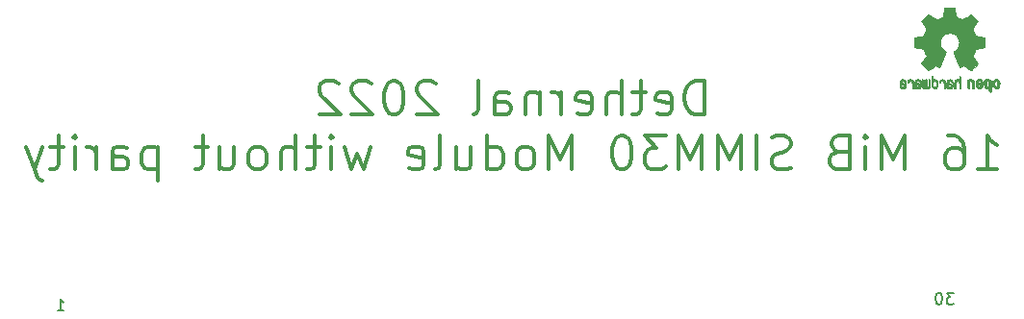
<source format=gbr>
%TF.GenerationSoftware,KiCad,Pcbnew,6.0.0+dfsg1-2*%
%TF.CreationDate,2022-02-11T22:47:22+03:00*%
%TF.ProjectId,simm3016_n,73696d6d-3330-4313-965f-6e2e6b696361,rev?*%
%TF.SameCoordinates,Original*%
%TF.FileFunction,Legend,Bot*%
%TF.FilePolarity,Positive*%
%FSLAX46Y46*%
G04 Gerber Fmt 4.6, Leading zero omitted, Abs format (unit mm)*
G04 Created by KiCad (PCBNEW 6.0.0+dfsg1-2) date 2022-02-11 22:47:22*
%MOMM*%
%LPD*%
G01*
G04 APERTURE LIST*
%ADD10C,0.300000*%
%ADD11C,0.150000*%
%ADD12C,0.010000*%
G04 APERTURE END LIST*
D10*
X197007142Y-127192142D02*
X197007142Y-124192142D01*
X196292857Y-124192142D01*
X195864285Y-124335000D01*
X195578571Y-124620714D01*
X195435714Y-124906428D01*
X195292857Y-125477857D01*
X195292857Y-125906428D01*
X195435714Y-126477857D01*
X195578571Y-126763571D01*
X195864285Y-127049285D01*
X196292857Y-127192142D01*
X197007142Y-127192142D01*
X192864285Y-127049285D02*
X193150000Y-127192142D01*
X193721428Y-127192142D01*
X194007142Y-127049285D01*
X194150000Y-126763571D01*
X194150000Y-125620714D01*
X194007142Y-125335000D01*
X193721428Y-125192142D01*
X193150000Y-125192142D01*
X192864285Y-125335000D01*
X192721428Y-125620714D01*
X192721428Y-125906428D01*
X194150000Y-126192142D01*
X191864285Y-125192142D02*
X190721428Y-125192142D01*
X191435714Y-124192142D02*
X191435714Y-126763571D01*
X191292857Y-127049285D01*
X191007142Y-127192142D01*
X190721428Y-127192142D01*
X189721428Y-127192142D02*
X189721428Y-124192142D01*
X188435714Y-127192142D02*
X188435714Y-125620714D01*
X188578571Y-125335000D01*
X188864285Y-125192142D01*
X189292857Y-125192142D01*
X189578571Y-125335000D01*
X189721428Y-125477857D01*
X185864285Y-127049285D02*
X186150000Y-127192142D01*
X186721428Y-127192142D01*
X187007142Y-127049285D01*
X187150000Y-126763571D01*
X187150000Y-125620714D01*
X187007142Y-125335000D01*
X186721428Y-125192142D01*
X186150000Y-125192142D01*
X185864285Y-125335000D01*
X185721428Y-125620714D01*
X185721428Y-125906428D01*
X187150000Y-126192142D01*
X184435714Y-127192142D02*
X184435714Y-125192142D01*
X184435714Y-125763571D02*
X184292857Y-125477857D01*
X184150000Y-125335000D01*
X183864285Y-125192142D01*
X183578571Y-125192142D01*
X182578571Y-125192142D02*
X182578571Y-127192142D01*
X182578571Y-125477857D02*
X182435714Y-125335000D01*
X182150000Y-125192142D01*
X181721428Y-125192142D01*
X181435714Y-125335000D01*
X181292857Y-125620714D01*
X181292857Y-127192142D01*
X178578571Y-127192142D02*
X178578571Y-125620714D01*
X178721428Y-125335000D01*
X179007142Y-125192142D01*
X179578571Y-125192142D01*
X179864285Y-125335000D01*
X178578571Y-127049285D02*
X178864285Y-127192142D01*
X179578571Y-127192142D01*
X179864285Y-127049285D01*
X180007142Y-126763571D01*
X180007142Y-126477857D01*
X179864285Y-126192142D01*
X179578571Y-126049285D01*
X178864285Y-126049285D01*
X178578571Y-125906428D01*
X176721428Y-127192142D02*
X177007142Y-127049285D01*
X177150000Y-126763571D01*
X177150000Y-124192142D01*
X173435714Y-124477857D02*
X173292857Y-124335000D01*
X173007142Y-124192142D01*
X172292857Y-124192142D01*
X172007142Y-124335000D01*
X171864285Y-124477857D01*
X171721428Y-124763571D01*
X171721428Y-125049285D01*
X171864285Y-125477857D01*
X173578571Y-127192142D01*
X171721428Y-127192142D01*
X169864285Y-124192142D02*
X169578571Y-124192142D01*
X169292857Y-124335000D01*
X169150000Y-124477857D01*
X169007142Y-124763571D01*
X168864285Y-125335000D01*
X168864285Y-126049285D01*
X169007142Y-126620714D01*
X169150000Y-126906428D01*
X169292857Y-127049285D01*
X169578571Y-127192142D01*
X169864285Y-127192142D01*
X170150000Y-127049285D01*
X170292857Y-126906428D01*
X170435714Y-126620714D01*
X170578571Y-126049285D01*
X170578571Y-125335000D01*
X170435714Y-124763571D01*
X170292857Y-124477857D01*
X170150000Y-124335000D01*
X169864285Y-124192142D01*
X167721428Y-124477857D02*
X167578571Y-124335000D01*
X167292857Y-124192142D01*
X166578571Y-124192142D01*
X166292857Y-124335000D01*
X166150000Y-124477857D01*
X166007142Y-124763571D01*
X166007142Y-125049285D01*
X166150000Y-125477857D01*
X167864285Y-127192142D01*
X166007142Y-127192142D01*
X164864285Y-124477857D02*
X164721428Y-124335000D01*
X164435714Y-124192142D01*
X163721428Y-124192142D01*
X163435714Y-124335000D01*
X163292857Y-124477857D01*
X163150000Y-124763571D01*
X163150000Y-125049285D01*
X163292857Y-125477857D01*
X165007142Y-127192142D01*
X163150000Y-127192142D01*
X221078571Y-132022142D02*
X222792857Y-132022142D01*
X221935714Y-132022142D02*
X221935714Y-129022142D01*
X222221428Y-129450714D01*
X222507142Y-129736428D01*
X222792857Y-129879285D01*
X218507142Y-129022142D02*
X219078571Y-129022142D01*
X219364285Y-129165000D01*
X219507142Y-129307857D01*
X219792857Y-129736428D01*
X219935714Y-130307857D01*
X219935714Y-131450714D01*
X219792857Y-131736428D01*
X219650000Y-131879285D01*
X219364285Y-132022142D01*
X218792857Y-132022142D01*
X218507142Y-131879285D01*
X218364285Y-131736428D01*
X218221428Y-131450714D01*
X218221428Y-130736428D01*
X218364285Y-130450714D01*
X218507142Y-130307857D01*
X218792857Y-130165000D01*
X219364285Y-130165000D01*
X219650000Y-130307857D01*
X219792857Y-130450714D01*
X219935714Y-130736428D01*
X214650000Y-132022142D02*
X214650000Y-129022142D01*
X213650000Y-131165000D01*
X212650000Y-129022142D01*
X212650000Y-132022142D01*
X211221428Y-132022142D02*
X211221428Y-130022142D01*
X211221428Y-129022142D02*
X211364285Y-129165000D01*
X211221428Y-129307857D01*
X211078571Y-129165000D01*
X211221428Y-129022142D01*
X211221428Y-129307857D01*
X208792857Y-130450714D02*
X208364285Y-130593571D01*
X208221428Y-130736428D01*
X208078571Y-131022142D01*
X208078571Y-131450714D01*
X208221428Y-131736428D01*
X208364285Y-131879285D01*
X208650000Y-132022142D01*
X209792857Y-132022142D01*
X209792857Y-129022142D01*
X208792857Y-129022142D01*
X208507142Y-129165000D01*
X208364285Y-129307857D01*
X208221428Y-129593571D01*
X208221428Y-129879285D01*
X208364285Y-130165000D01*
X208507142Y-130307857D01*
X208792857Y-130450714D01*
X209792857Y-130450714D01*
X204650000Y-131879285D02*
X204221428Y-132022142D01*
X203507142Y-132022142D01*
X203221428Y-131879285D01*
X203078571Y-131736428D01*
X202935714Y-131450714D01*
X202935714Y-131165000D01*
X203078571Y-130879285D01*
X203221428Y-130736428D01*
X203507142Y-130593571D01*
X204078571Y-130450714D01*
X204364285Y-130307857D01*
X204507142Y-130165000D01*
X204650000Y-129879285D01*
X204650000Y-129593571D01*
X204507142Y-129307857D01*
X204364285Y-129165000D01*
X204078571Y-129022142D01*
X203364285Y-129022142D01*
X202935714Y-129165000D01*
X201650000Y-132022142D02*
X201650000Y-129022142D01*
X200221428Y-132022142D02*
X200221428Y-129022142D01*
X199221428Y-131165000D01*
X198221428Y-129022142D01*
X198221428Y-132022142D01*
X196792857Y-132022142D02*
X196792857Y-129022142D01*
X195792857Y-131165000D01*
X194792857Y-129022142D01*
X194792857Y-132022142D01*
X193650000Y-129022142D02*
X191792857Y-129022142D01*
X192792857Y-130165000D01*
X192364285Y-130165000D01*
X192078571Y-130307857D01*
X191935714Y-130450714D01*
X191792857Y-130736428D01*
X191792857Y-131450714D01*
X191935714Y-131736428D01*
X192078571Y-131879285D01*
X192364285Y-132022142D01*
X193221428Y-132022142D01*
X193507142Y-131879285D01*
X193650000Y-131736428D01*
X189935714Y-129022142D02*
X189650000Y-129022142D01*
X189364285Y-129165000D01*
X189221428Y-129307857D01*
X189078571Y-129593571D01*
X188935714Y-130165000D01*
X188935714Y-130879285D01*
X189078571Y-131450714D01*
X189221428Y-131736428D01*
X189364285Y-131879285D01*
X189650000Y-132022142D01*
X189935714Y-132022142D01*
X190221428Y-131879285D01*
X190364285Y-131736428D01*
X190507142Y-131450714D01*
X190650000Y-130879285D01*
X190650000Y-130165000D01*
X190507142Y-129593571D01*
X190364285Y-129307857D01*
X190221428Y-129165000D01*
X189935714Y-129022142D01*
X185364285Y-132022142D02*
X185364285Y-129022142D01*
X184364285Y-131165000D01*
X183364285Y-129022142D01*
X183364285Y-132022142D01*
X181507142Y-132022142D02*
X181792857Y-131879285D01*
X181935714Y-131736428D01*
X182078571Y-131450714D01*
X182078571Y-130593571D01*
X181935714Y-130307857D01*
X181792857Y-130165000D01*
X181507142Y-130022142D01*
X181078571Y-130022142D01*
X180792857Y-130165000D01*
X180650000Y-130307857D01*
X180507142Y-130593571D01*
X180507142Y-131450714D01*
X180650000Y-131736428D01*
X180792857Y-131879285D01*
X181078571Y-132022142D01*
X181507142Y-132022142D01*
X177935714Y-132022142D02*
X177935714Y-129022142D01*
X177935714Y-131879285D02*
X178221428Y-132022142D01*
X178792857Y-132022142D01*
X179078571Y-131879285D01*
X179221428Y-131736428D01*
X179364285Y-131450714D01*
X179364285Y-130593571D01*
X179221428Y-130307857D01*
X179078571Y-130165000D01*
X178792857Y-130022142D01*
X178221428Y-130022142D01*
X177935714Y-130165000D01*
X175221428Y-130022142D02*
X175221428Y-132022142D01*
X176507142Y-130022142D02*
X176507142Y-131593571D01*
X176364285Y-131879285D01*
X176078571Y-132022142D01*
X175650000Y-132022142D01*
X175364285Y-131879285D01*
X175221428Y-131736428D01*
X173364285Y-132022142D02*
X173650000Y-131879285D01*
X173792857Y-131593571D01*
X173792857Y-129022142D01*
X171078571Y-131879285D02*
X171364285Y-132022142D01*
X171935714Y-132022142D01*
X172221428Y-131879285D01*
X172364285Y-131593571D01*
X172364285Y-130450714D01*
X172221428Y-130165000D01*
X171935714Y-130022142D01*
X171364285Y-130022142D01*
X171078571Y-130165000D01*
X170935714Y-130450714D01*
X170935714Y-130736428D01*
X172364285Y-131022142D01*
X167650000Y-130022142D02*
X167078571Y-132022142D01*
X166507142Y-130593571D01*
X165935714Y-132022142D01*
X165364285Y-130022142D01*
X164221428Y-132022142D02*
X164221428Y-130022142D01*
X164221428Y-129022142D02*
X164364285Y-129165000D01*
X164221428Y-129307857D01*
X164078571Y-129165000D01*
X164221428Y-129022142D01*
X164221428Y-129307857D01*
X163221428Y-130022142D02*
X162078571Y-130022142D01*
X162792857Y-129022142D02*
X162792857Y-131593571D01*
X162650000Y-131879285D01*
X162364285Y-132022142D01*
X162078571Y-132022142D01*
X161078571Y-132022142D02*
X161078571Y-129022142D01*
X159792857Y-132022142D02*
X159792857Y-130450714D01*
X159935714Y-130165000D01*
X160221428Y-130022142D01*
X160650000Y-130022142D01*
X160935714Y-130165000D01*
X161078571Y-130307857D01*
X157935714Y-132022142D02*
X158221428Y-131879285D01*
X158364285Y-131736428D01*
X158507142Y-131450714D01*
X158507142Y-130593571D01*
X158364285Y-130307857D01*
X158221428Y-130165000D01*
X157935714Y-130022142D01*
X157507142Y-130022142D01*
X157221428Y-130165000D01*
X157078571Y-130307857D01*
X156935714Y-130593571D01*
X156935714Y-131450714D01*
X157078571Y-131736428D01*
X157221428Y-131879285D01*
X157507142Y-132022142D01*
X157935714Y-132022142D01*
X154364285Y-130022142D02*
X154364285Y-132022142D01*
X155650000Y-130022142D02*
X155650000Y-131593571D01*
X155507142Y-131879285D01*
X155221428Y-132022142D01*
X154792857Y-132022142D01*
X154507142Y-131879285D01*
X154364285Y-131736428D01*
X153364285Y-130022142D02*
X152221428Y-130022142D01*
X152935714Y-129022142D02*
X152935714Y-131593571D01*
X152792857Y-131879285D01*
X152507142Y-132022142D01*
X152221428Y-132022142D01*
X148935714Y-130022142D02*
X148935714Y-133022142D01*
X148935714Y-130165000D02*
X148650000Y-130022142D01*
X148078571Y-130022142D01*
X147792857Y-130165000D01*
X147650000Y-130307857D01*
X147507142Y-130593571D01*
X147507142Y-131450714D01*
X147650000Y-131736428D01*
X147792857Y-131879285D01*
X148078571Y-132022142D01*
X148650000Y-132022142D01*
X148935714Y-131879285D01*
X144935714Y-132022142D02*
X144935714Y-130450714D01*
X145078571Y-130165000D01*
X145364285Y-130022142D01*
X145935714Y-130022142D01*
X146221428Y-130165000D01*
X144935714Y-131879285D02*
X145221428Y-132022142D01*
X145935714Y-132022142D01*
X146221428Y-131879285D01*
X146364285Y-131593571D01*
X146364285Y-131307857D01*
X146221428Y-131022142D01*
X145935714Y-130879285D01*
X145221428Y-130879285D01*
X144935714Y-130736428D01*
X143507142Y-132022142D02*
X143507142Y-130022142D01*
X143507142Y-130593571D02*
X143364285Y-130307857D01*
X143221428Y-130165000D01*
X142935714Y-130022142D01*
X142650000Y-130022142D01*
X141650000Y-132022142D02*
X141650000Y-130022142D01*
X141650000Y-129022142D02*
X141792857Y-129165000D01*
X141650000Y-129307857D01*
X141507142Y-129165000D01*
X141650000Y-129022142D01*
X141650000Y-129307857D01*
X140650000Y-130022142D02*
X139507142Y-130022142D01*
X140221428Y-129022142D02*
X140221428Y-131593571D01*
X140078571Y-131879285D01*
X139792857Y-132022142D01*
X139507142Y-132022142D01*
X138792857Y-130022142D02*
X138078571Y-132022142D01*
X137364285Y-130022142D02*
X138078571Y-132022142D01*
X138364285Y-132736428D01*
X138507142Y-132879285D01*
X138792857Y-133022142D01*
D11*
X218959523Y-142902380D02*
X218340476Y-142902380D01*
X218673809Y-143283333D01*
X218530952Y-143283333D01*
X218435714Y-143330952D01*
X218388095Y-143378571D01*
X218340476Y-143473809D01*
X218340476Y-143711904D01*
X218388095Y-143807142D01*
X218435714Y-143854761D01*
X218530952Y-143902380D01*
X218816666Y-143902380D01*
X218911904Y-143854761D01*
X218959523Y-143807142D01*
X217721428Y-142902380D02*
X217626190Y-142902380D01*
X217530952Y-142950000D01*
X217483333Y-142997619D01*
X217435714Y-143092857D01*
X217388095Y-143283333D01*
X217388095Y-143521428D01*
X217435714Y-143711904D01*
X217483333Y-143807142D01*
X217530952Y-143854761D01*
X217626190Y-143902380D01*
X217721428Y-143902380D01*
X217816666Y-143854761D01*
X217864285Y-143807142D01*
X217911904Y-143711904D01*
X217959523Y-143521428D01*
X217959523Y-143283333D01*
X217911904Y-143092857D01*
X217864285Y-142997619D01*
X217816666Y-142950000D01*
X217721428Y-142902380D01*
X140114285Y-144452380D02*
X140685714Y-144452380D01*
X140400000Y-144452380D02*
X140400000Y-143452380D01*
X140495238Y-143595238D01*
X140590476Y-143690476D01*
X140685714Y-143738095D01*
D12*
%TO.C,LOGO*%
X214354776Y-124097838D02*
X214277472Y-124148361D01*
X214277472Y-124148361D02*
X214240186Y-124193590D01*
X214240186Y-124193590D02*
X214210647Y-124275663D01*
X214210647Y-124275663D02*
X214208301Y-124340607D01*
X214208301Y-124340607D02*
X214213615Y-124427445D01*
X214213615Y-124427445D02*
X214413885Y-124515103D01*
X214413885Y-124515103D02*
X214511261Y-124559887D01*
X214511261Y-124559887D02*
X214574887Y-124595913D01*
X214574887Y-124595913D02*
X214607971Y-124627117D01*
X214607971Y-124627117D02*
X214613720Y-124657436D01*
X214613720Y-124657436D02*
X214595342Y-124690805D01*
X214595342Y-124690805D02*
X214575077Y-124712923D01*
X214575077Y-124712923D02*
X214516111Y-124748393D01*
X214516111Y-124748393D02*
X214451976Y-124750879D01*
X214451976Y-124750879D02*
X214393074Y-124723235D01*
X214393074Y-124723235D02*
X214349803Y-124668320D01*
X214349803Y-124668320D02*
X214342064Y-124648928D01*
X214342064Y-124648928D02*
X214304994Y-124588364D01*
X214304994Y-124588364D02*
X214262346Y-124562552D01*
X214262346Y-124562552D02*
X214203846Y-124540471D01*
X214203846Y-124540471D02*
X214203846Y-124624184D01*
X214203846Y-124624184D02*
X214209018Y-124681150D01*
X214209018Y-124681150D02*
X214229277Y-124729189D01*
X214229277Y-124729189D02*
X214271738Y-124784346D01*
X214271738Y-124784346D02*
X214278049Y-124791514D01*
X214278049Y-124791514D02*
X214325280Y-124840585D01*
X214325280Y-124840585D02*
X214365879Y-124866920D01*
X214365879Y-124866920D02*
X214416672Y-124879035D01*
X214416672Y-124879035D02*
X214458780Y-124883003D01*
X214458780Y-124883003D02*
X214534098Y-124883991D01*
X214534098Y-124883991D02*
X214587714Y-124871466D01*
X214587714Y-124871466D02*
X214621162Y-124852869D01*
X214621162Y-124852869D02*
X214673732Y-124811975D01*
X214673732Y-124811975D02*
X214710121Y-124767748D01*
X214710121Y-124767748D02*
X214733150Y-124712126D01*
X214733150Y-124712126D02*
X214745641Y-124637047D01*
X214745641Y-124637047D02*
X214750413Y-124534449D01*
X214750413Y-124534449D02*
X214750794Y-124482376D01*
X214750794Y-124482376D02*
X214749499Y-124419948D01*
X214749499Y-124419948D02*
X214631529Y-124419948D01*
X214631529Y-124419948D02*
X214630161Y-124453438D01*
X214630161Y-124453438D02*
X214626751Y-124458923D01*
X214626751Y-124458923D02*
X214604247Y-124451472D01*
X214604247Y-124451472D02*
X214555818Y-124431753D01*
X214555818Y-124431753D02*
X214491092Y-124403718D01*
X214491092Y-124403718D02*
X214477557Y-124397692D01*
X214477557Y-124397692D02*
X214395756Y-124356096D01*
X214395756Y-124356096D02*
X214350688Y-124319538D01*
X214350688Y-124319538D02*
X214340783Y-124285296D01*
X214340783Y-124285296D02*
X214364474Y-124250648D01*
X214364474Y-124250648D02*
X214384040Y-124235339D01*
X214384040Y-124235339D02*
X214454640Y-124204721D01*
X214454640Y-124204721D02*
X214520720Y-124209780D01*
X214520720Y-124209780D02*
X214576041Y-124247151D01*
X214576041Y-124247151D02*
X214614364Y-124313473D01*
X214614364Y-124313473D02*
X214626651Y-124366116D01*
X214626651Y-124366116D02*
X214631529Y-124419948D01*
X214631529Y-124419948D02*
X214749499Y-124419948D01*
X214749499Y-124419948D02*
X214748270Y-124360720D01*
X214748270Y-124360720D02*
X214738968Y-124270710D01*
X214738968Y-124270710D02*
X214720540Y-124205167D01*
X214720540Y-124205167D02*
X214690640Y-124156912D01*
X214690640Y-124156912D02*
X214646920Y-124118767D01*
X214646920Y-124118767D02*
X214627859Y-124106440D01*
X214627859Y-124106440D02*
X214541274Y-124074336D01*
X214541274Y-124074336D02*
X214446478Y-124072316D01*
X214446478Y-124072316D02*
X214354776Y-124097838D01*
X214354776Y-124097838D02*
X214354776Y-124097838D01*
G36*
X214750413Y-124534449D02*
G01*
X214745641Y-124637047D01*
X214733150Y-124712126D01*
X214710121Y-124767748D01*
X214673732Y-124811975D01*
X214621162Y-124852869D01*
X214587714Y-124871466D01*
X214534098Y-124883991D01*
X214458780Y-124883003D01*
X214416672Y-124879035D01*
X214365879Y-124866920D01*
X214325280Y-124840585D01*
X214278049Y-124791514D01*
X214271738Y-124784346D01*
X214229277Y-124729189D01*
X214209018Y-124681150D01*
X214203846Y-124624184D01*
X214203846Y-124540471D01*
X214262346Y-124562552D01*
X214304994Y-124588364D01*
X214342064Y-124648928D01*
X214349803Y-124668320D01*
X214393074Y-124723235D01*
X214451976Y-124750879D01*
X214516111Y-124748393D01*
X214575077Y-124712923D01*
X214595342Y-124690805D01*
X214613720Y-124657436D01*
X214607971Y-124627117D01*
X214574887Y-124595913D01*
X214511261Y-124559887D01*
X214413885Y-124515103D01*
X214213615Y-124427445D01*
X214208301Y-124340607D01*
X214210299Y-124285296D01*
X214340783Y-124285296D01*
X214350688Y-124319538D01*
X214395756Y-124356096D01*
X214477557Y-124397692D01*
X214491092Y-124403718D01*
X214555818Y-124431753D01*
X214604247Y-124451472D01*
X214626751Y-124458923D01*
X214630161Y-124453438D01*
X214631529Y-124419948D01*
X214626651Y-124366116D01*
X214614364Y-124313473D01*
X214576041Y-124247151D01*
X214520720Y-124209780D01*
X214454640Y-124204721D01*
X214384040Y-124235339D01*
X214364474Y-124250648D01*
X214340783Y-124285296D01*
X214210299Y-124285296D01*
X214210647Y-124275663D01*
X214240186Y-124193590D01*
X214277472Y-124148361D01*
X214354776Y-124097838D01*
X214446478Y-124072316D01*
X214541274Y-124074336D01*
X214627859Y-124106440D01*
X214646920Y-124118767D01*
X214690640Y-124156912D01*
X214720540Y-124205167D01*
X214738968Y-124270710D01*
X214748270Y-124360720D01*
X214749499Y-124419948D01*
X214750794Y-124482376D01*
X214750413Y-124534449D01*
G37*
X214750413Y-124534449D02*
X214745641Y-124637047D01*
X214733150Y-124712126D01*
X214710121Y-124767748D01*
X214673732Y-124811975D01*
X214621162Y-124852869D01*
X214587714Y-124871466D01*
X214534098Y-124883991D01*
X214458780Y-124883003D01*
X214416672Y-124879035D01*
X214365879Y-124866920D01*
X214325280Y-124840585D01*
X214278049Y-124791514D01*
X214271738Y-124784346D01*
X214229277Y-124729189D01*
X214209018Y-124681150D01*
X214203846Y-124624184D01*
X214203846Y-124540471D01*
X214262346Y-124562552D01*
X214304994Y-124588364D01*
X214342064Y-124648928D01*
X214349803Y-124668320D01*
X214393074Y-124723235D01*
X214451976Y-124750879D01*
X214516111Y-124748393D01*
X214575077Y-124712923D01*
X214595342Y-124690805D01*
X214613720Y-124657436D01*
X214607971Y-124627117D01*
X214574887Y-124595913D01*
X214511261Y-124559887D01*
X214413885Y-124515103D01*
X214213615Y-124427445D01*
X214208301Y-124340607D01*
X214210299Y-124285296D01*
X214340783Y-124285296D01*
X214350688Y-124319538D01*
X214395756Y-124356096D01*
X214477557Y-124397692D01*
X214491092Y-124403718D01*
X214555818Y-124431753D01*
X214604247Y-124451472D01*
X214626751Y-124458923D01*
X214630161Y-124453438D01*
X214631529Y-124419948D01*
X214626651Y-124366116D01*
X214614364Y-124313473D01*
X214576041Y-124247151D01*
X214520720Y-124209780D01*
X214454640Y-124204721D01*
X214384040Y-124235339D01*
X214364474Y-124250648D01*
X214340783Y-124285296D01*
X214210299Y-124285296D01*
X214210647Y-124275663D01*
X214240186Y-124193590D01*
X214277472Y-124148361D01*
X214354776Y-124097838D01*
X214446478Y-124072316D01*
X214541274Y-124074336D01*
X214627859Y-124106440D01*
X214646920Y-124118767D01*
X214690640Y-124156912D01*
X214720540Y-124205167D01*
X214738968Y-124270710D01*
X214748270Y-124360720D01*
X214749499Y-124419948D01*
X214750794Y-124482376D01*
X214750413Y-124534449D01*
X216204071Y-124086662D02*
X216201089Y-124138068D01*
X216201089Y-124138068D02*
X216198753Y-124216192D01*
X216198753Y-124216192D02*
X216197251Y-124314857D01*
X216197251Y-124314857D02*
X216196769Y-124418343D01*
X216196769Y-124418343D02*
X216196769Y-124768533D01*
X216196769Y-124768533D02*
X216258599Y-124830363D01*
X216258599Y-124830363D02*
X216301207Y-124868462D01*
X216301207Y-124868462D02*
X216338610Y-124883895D01*
X216338610Y-124883895D02*
X216389730Y-124882918D01*
X216389730Y-124882918D02*
X216410022Y-124880433D01*
X216410022Y-124880433D02*
X216473446Y-124873200D01*
X216473446Y-124873200D02*
X216525905Y-124869055D01*
X216525905Y-124869055D02*
X216538692Y-124868672D01*
X216538692Y-124868672D02*
X216581801Y-124871176D01*
X216581801Y-124871176D02*
X216643456Y-124877462D01*
X216643456Y-124877462D02*
X216667362Y-124880433D01*
X216667362Y-124880433D02*
X216726078Y-124885028D01*
X216726078Y-124885028D02*
X216765536Y-124875046D01*
X216765536Y-124875046D02*
X216804662Y-124844228D01*
X216804662Y-124844228D02*
X216818785Y-124830363D01*
X216818785Y-124830363D02*
X216880615Y-124768533D01*
X216880615Y-124768533D02*
X216880615Y-124113503D01*
X216880615Y-124113503D02*
X216830850Y-124090829D01*
X216830850Y-124090829D02*
X216787998Y-124074034D01*
X216787998Y-124074034D02*
X216762927Y-124068154D01*
X216762927Y-124068154D02*
X216756499Y-124086736D01*
X216756499Y-124086736D02*
X216750491Y-124138655D01*
X216750491Y-124138655D02*
X216745303Y-124218172D01*
X216745303Y-124218172D02*
X216741336Y-124319546D01*
X216741336Y-124319546D02*
X216739423Y-124405192D01*
X216739423Y-124405192D02*
X216734077Y-124742231D01*
X216734077Y-124742231D02*
X216687440Y-124748825D01*
X216687440Y-124748825D02*
X216645024Y-124744214D01*
X216645024Y-124744214D02*
X216624240Y-124729287D01*
X216624240Y-124729287D02*
X216618430Y-124701377D01*
X216618430Y-124701377D02*
X216613470Y-124641925D01*
X216613470Y-124641925D02*
X216609754Y-124558466D01*
X216609754Y-124558466D02*
X216607676Y-124458532D01*
X216607676Y-124458532D02*
X216607376Y-124407104D01*
X216607376Y-124407104D02*
X216607077Y-124111054D01*
X216607077Y-124111054D02*
X216545546Y-124089604D01*
X216545546Y-124089604D02*
X216501996Y-124075020D01*
X216501996Y-124075020D02*
X216478306Y-124068219D01*
X216478306Y-124068219D02*
X216477623Y-124068154D01*
X216477623Y-124068154D02*
X216475246Y-124086642D01*
X216475246Y-124086642D02*
X216472634Y-124137906D01*
X216472634Y-124137906D02*
X216470005Y-124215649D01*
X216470005Y-124215649D02*
X216467579Y-124313574D01*
X216467579Y-124313574D02*
X216465885Y-124405192D01*
X216465885Y-124405192D02*
X216460539Y-124742231D01*
X216460539Y-124742231D02*
X216343308Y-124742231D01*
X216343308Y-124742231D02*
X216337928Y-124434746D01*
X216337928Y-124434746D02*
X216332549Y-124127261D01*
X216332549Y-124127261D02*
X216275399Y-124097707D01*
X216275399Y-124097707D02*
X216233203Y-124077413D01*
X216233203Y-124077413D02*
X216208230Y-124068204D01*
X216208230Y-124068204D02*
X216207509Y-124068154D01*
X216207509Y-124068154D02*
X216204071Y-124086662D01*
X216204071Y-124086662D02*
X216204071Y-124086662D01*
G36*
X216787998Y-124074034D02*
G01*
X216830850Y-124090829D01*
X216880615Y-124113503D01*
X216880615Y-124768533D01*
X216818785Y-124830363D01*
X216804662Y-124844228D01*
X216765536Y-124875046D01*
X216726078Y-124885028D01*
X216667362Y-124880433D01*
X216643456Y-124877462D01*
X216581801Y-124871176D01*
X216538692Y-124868672D01*
X216525905Y-124869055D01*
X216473446Y-124873200D01*
X216410022Y-124880433D01*
X216389730Y-124882918D01*
X216338610Y-124883895D01*
X216301207Y-124868462D01*
X216258599Y-124830363D01*
X216196769Y-124768533D01*
X216196769Y-124418343D01*
X216197251Y-124314857D01*
X216198753Y-124216192D01*
X216201089Y-124138068D01*
X216204071Y-124086662D01*
X216207509Y-124068154D01*
X216208230Y-124068204D01*
X216233203Y-124077413D01*
X216275399Y-124097707D01*
X216332549Y-124127261D01*
X216337928Y-124434746D01*
X216343308Y-124742231D01*
X216460539Y-124742231D01*
X216465885Y-124405192D01*
X216467579Y-124313574D01*
X216470005Y-124215649D01*
X216472634Y-124137906D01*
X216475246Y-124086642D01*
X216477623Y-124068154D01*
X216478306Y-124068219D01*
X216501996Y-124075020D01*
X216545546Y-124089604D01*
X216607077Y-124111054D01*
X216607376Y-124407104D01*
X216607676Y-124458532D01*
X216609754Y-124558466D01*
X216613470Y-124641925D01*
X216618430Y-124701377D01*
X216624240Y-124729287D01*
X216645024Y-124744214D01*
X216687440Y-124748825D01*
X216734077Y-124742231D01*
X216739423Y-124405192D01*
X216741336Y-124319546D01*
X216745303Y-124218172D01*
X216750491Y-124138655D01*
X216756499Y-124086736D01*
X216762927Y-124068154D01*
X216787998Y-124074034D01*
G37*
X216787998Y-124074034D02*
X216830850Y-124090829D01*
X216880615Y-124113503D01*
X216880615Y-124768533D01*
X216818785Y-124830363D01*
X216804662Y-124844228D01*
X216765536Y-124875046D01*
X216726078Y-124885028D01*
X216667362Y-124880433D01*
X216643456Y-124877462D01*
X216581801Y-124871176D01*
X216538692Y-124868672D01*
X216525905Y-124869055D01*
X216473446Y-124873200D01*
X216410022Y-124880433D01*
X216389730Y-124882918D01*
X216338610Y-124883895D01*
X216301207Y-124868462D01*
X216258599Y-124830363D01*
X216196769Y-124768533D01*
X216196769Y-124418343D01*
X216197251Y-124314857D01*
X216198753Y-124216192D01*
X216201089Y-124138068D01*
X216204071Y-124086662D01*
X216207509Y-124068154D01*
X216208230Y-124068204D01*
X216233203Y-124077413D01*
X216275399Y-124097707D01*
X216332549Y-124127261D01*
X216337928Y-124434746D01*
X216343308Y-124742231D01*
X216460539Y-124742231D01*
X216465885Y-124405192D01*
X216467579Y-124313574D01*
X216470005Y-124215649D01*
X216472634Y-124137906D01*
X216475246Y-124086642D01*
X216477623Y-124068154D01*
X216478306Y-124068219D01*
X216501996Y-124075020D01*
X216545546Y-124089604D01*
X216607077Y-124111054D01*
X216607376Y-124407104D01*
X216607676Y-124458532D01*
X216609754Y-124558466D01*
X216613470Y-124641925D01*
X216618430Y-124701377D01*
X216624240Y-124729287D01*
X216645024Y-124744214D01*
X216687440Y-124748825D01*
X216734077Y-124742231D01*
X216739423Y-124405192D01*
X216741336Y-124319546D01*
X216745303Y-124218172D01*
X216750491Y-124138655D01*
X216756499Y-124086736D01*
X216762927Y-124068154D01*
X216787998Y-124074034D01*
X218546499Y-124076303D02*
X218469940Y-124104733D01*
X218469940Y-124104733D02*
X218469064Y-124105279D01*
X218469064Y-124105279D02*
X218421715Y-124140127D01*
X218421715Y-124140127D02*
X218386759Y-124180852D01*
X218386759Y-124180852D02*
X218362175Y-124233925D01*
X218362175Y-124233925D02*
X218345938Y-124305814D01*
X218345938Y-124305814D02*
X218336025Y-124402992D01*
X218336025Y-124402992D02*
X218330414Y-124531928D01*
X218330414Y-124531928D02*
X218329923Y-124550298D01*
X218329923Y-124550298D02*
X218322859Y-124827287D01*
X218322859Y-124827287D02*
X218382305Y-124858028D01*
X218382305Y-124858028D02*
X218425319Y-124878802D01*
X218425319Y-124878802D02*
X218451290Y-124888646D01*
X218451290Y-124888646D02*
X218452491Y-124888769D01*
X218452491Y-124888769D02*
X218456986Y-124870606D01*
X218456986Y-124870606D02*
X218460556Y-124821612D01*
X218460556Y-124821612D02*
X218462752Y-124750031D01*
X218462752Y-124750031D02*
X218463231Y-124692068D01*
X218463231Y-124692068D02*
X218463242Y-124598170D01*
X218463242Y-124598170D02*
X218467534Y-124539203D01*
X218467534Y-124539203D02*
X218482497Y-124511079D01*
X218482497Y-124511079D02*
X218514518Y-124509706D01*
X218514518Y-124509706D02*
X218569986Y-124530998D01*
X218569986Y-124530998D02*
X218653731Y-124570136D01*
X218653731Y-124570136D02*
X218715311Y-124602643D01*
X218715311Y-124602643D02*
X218746983Y-124630845D01*
X218746983Y-124630845D02*
X218756294Y-124661582D01*
X218756294Y-124661582D02*
X218756308Y-124663104D01*
X218756308Y-124663104D02*
X218740943Y-124716054D01*
X218740943Y-124716054D02*
X218695453Y-124744660D01*
X218695453Y-124744660D02*
X218625834Y-124748803D01*
X218625834Y-124748803D02*
X218575687Y-124748084D01*
X218575687Y-124748084D02*
X218549246Y-124762527D01*
X218549246Y-124762527D02*
X218532757Y-124797218D01*
X218532757Y-124797218D02*
X218523267Y-124841416D01*
X218523267Y-124841416D02*
X218536943Y-124866493D01*
X218536943Y-124866493D02*
X218542093Y-124870082D01*
X218542093Y-124870082D02*
X218590575Y-124884496D01*
X218590575Y-124884496D02*
X218658469Y-124886537D01*
X218658469Y-124886537D02*
X218728388Y-124876983D01*
X218728388Y-124876983D02*
X218777932Y-124859522D01*
X218777932Y-124859522D02*
X218846430Y-124801364D01*
X218846430Y-124801364D02*
X218885366Y-124720408D01*
X218885366Y-124720408D02*
X218893077Y-124657160D01*
X218893077Y-124657160D02*
X218887193Y-124600111D01*
X218887193Y-124600111D02*
X218865899Y-124553542D01*
X218865899Y-124553542D02*
X218823735Y-124512181D01*
X218823735Y-124512181D02*
X218755241Y-124470755D01*
X218755241Y-124470755D02*
X218654956Y-124423993D01*
X218654956Y-124423993D02*
X218648846Y-124421350D01*
X218648846Y-124421350D02*
X218558510Y-124379617D01*
X218558510Y-124379617D02*
X218502765Y-124345391D01*
X218502765Y-124345391D02*
X218478871Y-124314635D01*
X218478871Y-124314635D02*
X218484087Y-124283311D01*
X218484087Y-124283311D02*
X218515672Y-124247383D01*
X218515672Y-124247383D02*
X218525117Y-124239116D01*
X218525117Y-124239116D02*
X218588383Y-124207058D01*
X218588383Y-124207058D02*
X218653936Y-124208407D01*
X218653936Y-124208407D02*
X218711028Y-124239838D01*
X218711028Y-124239838D02*
X218748907Y-124298024D01*
X218748907Y-124298024D02*
X218752426Y-124309446D01*
X218752426Y-124309446D02*
X218786700Y-124364837D01*
X218786700Y-124364837D02*
X218830191Y-124391518D01*
X218830191Y-124391518D02*
X218893077Y-124417960D01*
X218893077Y-124417960D02*
X218893077Y-124349548D01*
X218893077Y-124349548D02*
X218873948Y-124250110D01*
X218873948Y-124250110D02*
X218817169Y-124158902D01*
X218817169Y-124158902D02*
X218787622Y-124128389D01*
X218787622Y-124128389D02*
X218720458Y-124089228D01*
X218720458Y-124089228D02*
X218635044Y-124071500D01*
X218635044Y-124071500D02*
X218546499Y-124076303D01*
X218546499Y-124076303D02*
X218546499Y-124076303D01*
G36*
X218720458Y-124089228D02*
G01*
X218787622Y-124128389D01*
X218817169Y-124158902D01*
X218873948Y-124250110D01*
X218893077Y-124349548D01*
X218893077Y-124417960D01*
X218830191Y-124391518D01*
X218786700Y-124364837D01*
X218752426Y-124309446D01*
X218748907Y-124298024D01*
X218711028Y-124239838D01*
X218653936Y-124208407D01*
X218588383Y-124207058D01*
X218525117Y-124239116D01*
X218515672Y-124247383D01*
X218484087Y-124283311D01*
X218478871Y-124314635D01*
X218502765Y-124345391D01*
X218558510Y-124379617D01*
X218648846Y-124421350D01*
X218654956Y-124423993D01*
X218755241Y-124470755D01*
X218823735Y-124512181D01*
X218865899Y-124553542D01*
X218887193Y-124600111D01*
X218893077Y-124657160D01*
X218885366Y-124720408D01*
X218846430Y-124801364D01*
X218777932Y-124859522D01*
X218728388Y-124876983D01*
X218658469Y-124886537D01*
X218590575Y-124884496D01*
X218542093Y-124870082D01*
X218536943Y-124866493D01*
X218523267Y-124841416D01*
X218532757Y-124797218D01*
X218549246Y-124762527D01*
X218575687Y-124748084D01*
X218625834Y-124748803D01*
X218695453Y-124744660D01*
X218740943Y-124716054D01*
X218756308Y-124663104D01*
X218756294Y-124661582D01*
X218746983Y-124630845D01*
X218715311Y-124602643D01*
X218653731Y-124570136D01*
X218569986Y-124530998D01*
X218514518Y-124509706D01*
X218482497Y-124511079D01*
X218467534Y-124539203D01*
X218463242Y-124598170D01*
X218463231Y-124692068D01*
X218462752Y-124750031D01*
X218460556Y-124821612D01*
X218456986Y-124870606D01*
X218452491Y-124888769D01*
X218451290Y-124888646D01*
X218425319Y-124878802D01*
X218382305Y-124858028D01*
X218322859Y-124827287D01*
X218329923Y-124550298D01*
X218330414Y-124531928D01*
X218336025Y-124402992D01*
X218345938Y-124305814D01*
X218362175Y-124233925D01*
X218386759Y-124180852D01*
X218421715Y-124140127D01*
X218469064Y-124105279D01*
X218469940Y-124104733D01*
X218546499Y-124076303D01*
X218635044Y-124071500D01*
X218720458Y-124089228D01*
G37*
X218720458Y-124089228D02*
X218787622Y-124128389D01*
X218817169Y-124158902D01*
X218873948Y-124250110D01*
X218893077Y-124349548D01*
X218893077Y-124417960D01*
X218830191Y-124391518D01*
X218786700Y-124364837D01*
X218752426Y-124309446D01*
X218748907Y-124298024D01*
X218711028Y-124239838D01*
X218653936Y-124208407D01*
X218588383Y-124207058D01*
X218525117Y-124239116D01*
X218515672Y-124247383D01*
X218484087Y-124283311D01*
X218478871Y-124314635D01*
X218502765Y-124345391D01*
X218558510Y-124379617D01*
X218648846Y-124421350D01*
X218654956Y-124423993D01*
X218755241Y-124470755D01*
X218823735Y-124512181D01*
X218865899Y-124553542D01*
X218887193Y-124600111D01*
X218893077Y-124657160D01*
X218885366Y-124720408D01*
X218846430Y-124801364D01*
X218777932Y-124859522D01*
X218728388Y-124876983D01*
X218658469Y-124886537D01*
X218590575Y-124884496D01*
X218542093Y-124870082D01*
X218536943Y-124866493D01*
X218523267Y-124841416D01*
X218532757Y-124797218D01*
X218549246Y-124762527D01*
X218575687Y-124748084D01*
X218625834Y-124748803D01*
X218695453Y-124744660D01*
X218740943Y-124716054D01*
X218756308Y-124663104D01*
X218756294Y-124661582D01*
X218746983Y-124630845D01*
X218715311Y-124602643D01*
X218653731Y-124570136D01*
X218569986Y-124530998D01*
X218514518Y-124509706D01*
X218482497Y-124511079D01*
X218467534Y-124539203D01*
X218463242Y-124598170D01*
X218463231Y-124692068D01*
X218462752Y-124750031D01*
X218460556Y-124821612D01*
X218456986Y-124870606D01*
X218452491Y-124888769D01*
X218451290Y-124888646D01*
X218425319Y-124878802D01*
X218382305Y-124858028D01*
X218322859Y-124827287D01*
X218329923Y-124550298D01*
X218330414Y-124531928D01*
X218336025Y-124402992D01*
X218345938Y-124305814D01*
X218362175Y-124233925D01*
X218386759Y-124180852D01*
X218421715Y-124140127D01*
X218469064Y-124105279D01*
X218469940Y-124104733D01*
X218546499Y-124076303D01*
X218635044Y-124071500D01*
X218720458Y-124089228D01*
X215029193Y-124086782D02*
X215005839Y-124096988D01*
X215005839Y-124096988D02*
X214950098Y-124141134D01*
X214950098Y-124141134D02*
X214902431Y-124204967D01*
X214902431Y-124204967D02*
X214872952Y-124273087D01*
X214872952Y-124273087D02*
X214868154Y-124306670D01*
X214868154Y-124306670D02*
X214884240Y-124353556D01*
X214884240Y-124353556D02*
X214919525Y-124378365D01*
X214919525Y-124378365D02*
X214957356Y-124393387D01*
X214957356Y-124393387D02*
X214974679Y-124396155D01*
X214974679Y-124396155D02*
X214983114Y-124376066D01*
X214983114Y-124376066D02*
X214999770Y-124332351D01*
X214999770Y-124332351D02*
X215007077Y-124312598D01*
X215007077Y-124312598D02*
X215048052Y-124244271D01*
X215048052Y-124244271D02*
X215107378Y-124210191D01*
X215107378Y-124210191D02*
X215183448Y-124211239D01*
X215183448Y-124211239D02*
X215189082Y-124212581D01*
X215189082Y-124212581D02*
X215229695Y-124231836D01*
X215229695Y-124231836D02*
X215259552Y-124269375D01*
X215259552Y-124269375D02*
X215279945Y-124329809D01*
X215279945Y-124329809D02*
X215292164Y-124417751D01*
X215292164Y-124417751D02*
X215297500Y-124537813D01*
X215297500Y-124537813D02*
X215298000Y-124601698D01*
X215298000Y-124601698D02*
X215298248Y-124702403D01*
X215298248Y-124702403D02*
X215299874Y-124771054D01*
X215299874Y-124771054D02*
X215304199Y-124814673D01*
X215304199Y-124814673D02*
X215312546Y-124840282D01*
X215312546Y-124840282D02*
X215326235Y-124854903D01*
X215326235Y-124854903D02*
X215346589Y-124865558D01*
X215346589Y-124865558D02*
X215347766Y-124866095D01*
X215347766Y-124866095D02*
X215386962Y-124882667D01*
X215386962Y-124882667D02*
X215406381Y-124888769D01*
X215406381Y-124888769D02*
X215409365Y-124870319D01*
X215409365Y-124870319D02*
X215411919Y-124819323D01*
X215411919Y-124819323D02*
X215413860Y-124742308D01*
X215413860Y-124742308D02*
X215415003Y-124645805D01*
X215415003Y-124645805D02*
X215415231Y-124575184D01*
X215415231Y-124575184D02*
X215414068Y-124438525D01*
X215414068Y-124438525D02*
X215409521Y-124334851D01*
X215409521Y-124334851D02*
X215400001Y-124258108D01*
X215400001Y-124258108D02*
X215383919Y-124202246D01*
X215383919Y-124202246D02*
X215359687Y-124161212D01*
X215359687Y-124161212D02*
X215325714Y-124128954D01*
X215325714Y-124128954D02*
X215292167Y-124106440D01*
X215292167Y-124106440D02*
X215211501Y-124076476D01*
X215211501Y-124076476D02*
X215117619Y-124069718D01*
X215117619Y-124069718D02*
X215029193Y-124086782D01*
X215029193Y-124086782D02*
X215029193Y-124086782D01*
G36*
X215211501Y-124076476D02*
G01*
X215292167Y-124106440D01*
X215325714Y-124128954D01*
X215359687Y-124161212D01*
X215383919Y-124202246D01*
X215400001Y-124258108D01*
X215409521Y-124334851D01*
X215414068Y-124438525D01*
X215415231Y-124575184D01*
X215415003Y-124645805D01*
X215413860Y-124742308D01*
X215411919Y-124819323D01*
X215409365Y-124870319D01*
X215406381Y-124888769D01*
X215386962Y-124882667D01*
X215347766Y-124866095D01*
X215346589Y-124865558D01*
X215326235Y-124854903D01*
X215312546Y-124840282D01*
X215304199Y-124814673D01*
X215299874Y-124771054D01*
X215298248Y-124702403D01*
X215298000Y-124601698D01*
X215297500Y-124537813D01*
X215292164Y-124417751D01*
X215279945Y-124329809D01*
X215259552Y-124269375D01*
X215229695Y-124231836D01*
X215189082Y-124212581D01*
X215183448Y-124211239D01*
X215107378Y-124210191D01*
X215048052Y-124244271D01*
X215007077Y-124312598D01*
X214999770Y-124332351D01*
X214983114Y-124376066D01*
X214974679Y-124396155D01*
X214957356Y-124393387D01*
X214919525Y-124378365D01*
X214884240Y-124353556D01*
X214868154Y-124306670D01*
X214872952Y-124273087D01*
X214902431Y-124204967D01*
X214950098Y-124141134D01*
X215005839Y-124096988D01*
X215029193Y-124086782D01*
X215117619Y-124069718D01*
X215211501Y-124076476D01*
G37*
X215211501Y-124076476D02*
X215292167Y-124106440D01*
X215325714Y-124128954D01*
X215359687Y-124161212D01*
X215383919Y-124202246D01*
X215400001Y-124258108D01*
X215409521Y-124334851D01*
X215414068Y-124438525D01*
X215415231Y-124575184D01*
X215415003Y-124645805D01*
X215413860Y-124742308D01*
X215411919Y-124819323D01*
X215409365Y-124870319D01*
X215406381Y-124888769D01*
X215386962Y-124882667D01*
X215347766Y-124866095D01*
X215346589Y-124865558D01*
X215326235Y-124854903D01*
X215312546Y-124840282D01*
X215304199Y-124814673D01*
X215299874Y-124771054D01*
X215298248Y-124702403D01*
X215298000Y-124601698D01*
X215297500Y-124537813D01*
X215292164Y-124417751D01*
X215279945Y-124329809D01*
X215259552Y-124269375D01*
X215229695Y-124231836D01*
X215189082Y-124212581D01*
X215183448Y-124211239D01*
X215107378Y-124210191D01*
X215048052Y-124244271D01*
X215007077Y-124312598D01*
X214999770Y-124332351D01*
X214983114Y-124376066D01*
X214974679Y-124396155D01*
X214957356Y-124393387D01*
X214919525Y-124378365D01*
X214884240Y-124353556D01*
X214868154Y-124306670D01*
X214872952Y-124273087D01*
X214902431Y-124204967D01*
X214950098Y-124141134D01*
X215005839Y-124096988D01*
X215029193Y-124086782D01*
X215117619Y-124069718D01*
X215211501Y-124076476D01*
X221831114Y-124034505D02*
X221756461Y-124071727D01*
X221756461Y-124071727D02*
X221690569Y-124140261D01*
X221690569Y-124140261D02*
X221672423Y-124165648D01*
X221672423Y-124165648D02*
X221652655Y-124198866D01*
X221652655Y-124198866D02*
X221639828Y-124234945D01*
X221639828Y-124234945D02*
X221632490Y-124283098D01*
X221632490Y-124283098D02*
X221629187Y-124352536D01*
X221629187Y-124352536D02*
X221628462Y-124444206D01*
X221628462Y-124444206D02*
X221631737Y-124569830D01*
X221631737Y-124569830D02*
X221643123Y-124664154D01*
X221643123Y-124664154D02*
X221664959Y-124734523D01*
X221664959Y-124734523D02*
X221699581Y-124788286D01*
X221699581Y-124788286D02*
X221749330Y-124832788D01*
X221749330Y-124832788D02*
X221752986Y-124835423D01*
X221752986Y-124835423D02*
X221802015Y-124862377D01*
X221802015Y-124862377D02*
X221861055Y-124875712D01*
X221861055Y-124875712D02*
X221936141Y-124879000D01*
X221936141Y-124879000D02*
X222058205Y-124879000D01*
X222058205Y-124879000D02*
X222058256Y-124997497D01*
X222058256Y-124997497D02*
X222059392Y-125063492D01*
X222059392Y-125063492D02*
X222066314Y-125102202D01*
X222066314Y-125102202D02*
X222084402Y-125125419D01*
X222084402Y-125125419D02*
X222119038Y-125144933D01*
X222119038Y-125144933D02*
X222127355Y-125148920D01*
X222127355Y-125148920D02*
X222166280Y-125167603D01*
X222166280Y-125167603D02*
X222196417Y-125179403D01*
X222196417Y-125179403D02*
X222218826Y-125180422D01*
X222218826Y-125180422D02*
X222234567Y-125166761D01*
X222234567Y-125166761D02*
X222244698Y-125134522D01*
X222244698Y-125134522D02*
X222250277Y-125079804D01*
X222250277Y-125079804D02*
X222252365Y-124998711D01*
X222252365Y-124998711D02*
X222252019Y-124887344D01*
X222252019Y-124887344D02*
X222250300Y-124741802D01*
X222250300Y-124741802D02*
X222249763Y-124698269D01*
X222249763Y-124698269D02*
X222247828Y-124548205D01*
X222247828Y-124548205D02*
X222246096Y-124450042D01*
X222246096Y-124450042D02*
X222058308Y-124450042D01*
X222058308Y-124450042D02*
X222057252Y-124533364D01*
X222057252Y-124533364D02*
X222052562Y-124587880D01*
X222052562Y-124587880D02*
X222041949Y-124623837D01*
X222041949Y-124623837D02*
X222023128Y-124651482D01*
X222023128Y-124651482D02*
X222010350Y-124664965D01*
X222010350Y-124664965D02*
X221958110Y-124704417D01*
X221958110Y-124704417D02*
X221911858Y-124707628D01*
X221911858Y-124707628D02*
X221864133Y-124675049D01*
X221864133Y-124675049D02*
X221862923Y-124673846D01*
X221862923Y-124673846D02*
X221843506Y-124648668D01*
X221843506Y-124648668D02*
X221831693Y-124614447D01*
X221831693Y-124614447D02*
X221825735Y-124561748D01*
X221825735Y-124561748D02*
X221823880Y-124481131D01*
X221823880Y-124481131D02*
X221823846Y-124463271D01*
X221823846Y-124463271D02*
X221828330Y-124352175D01*
X221828330Y-124352175D02*
X221842926Y-124275161D01*
X221842926Y-124275161D02*
X221869350Y-124228147D01*
X221869350Y-124228147D02*
X221909317Y-124207050D01*
X221909317Y-124207050D02*
X221932416Y-124204923D01*
X221932416Y-124204923D02*
X221987238Y-124214900D01*
X221987238Y-124214900D02*
X222024842Y-124247752D01*
X222024842Y-124247752D02*
X222047477Y-124307857D01*
X222047477Y-124307857D02*
X222057394Y-124399598D01*
X222057394Y-124399598D02*
X222058308Y-124450042D01*
X222058308Y-124450042D02*
X222246096Y-124450042D01*
X222246096Y-124450042D02*
X222245778Y-124432060D01*
X222245778Y-124432060D02*
X222243127Y-124344679D01*
X222243127Y-124344679D02*
X222239394Y-124280905D01*
X222239394Y-124280905D02*
X222234093Y-124235582D01*
X222234093Y-124235582D02*
X222226742Y-124203555D01*
X222226742Y-124203555D02*
X222216857Y-124179668D01*
X222216857Y-124179668D02*
X222203954Y-124158764D01*
X222203954Y-124158764D02*
X222198421Y-124150898D01*
X222198421Y-124150898D02*
X222125031Y-124076595D01*
X222125031Y-124076595D02*
X222032240Y-124034467D01*
X222032240Y-124034467D02*
X221924904Y-124022722D01*
X221924904Y-124022722D02*
X221831114Y-124034505D01*
X221831114Y-124034505D02*
X221831114Y-124034505D01*
G36*
X222249763Y-124698269D02*
G01*
X222250300Y-124741802D01*
X222252019Y-124887344D01*
X222252365Y-124998711D01*
X222250277Y-125079804D01*
X222244698Y-125134522D01*
X222234567Y-125166761D01*
X222218826Y-125180422D01*
X222196417Y-125179403D01*
X222166280Y-125167603D01*
X222127355Y-125148920D01*
X222119038Y-125144933D01*
X222084402Y-125125419D01*
X222066314Y-125102202D01*
X222059392Y-125063492D01*
X222058256Y-124997497D01*
X222058205Y-124879000D01*
X221936141Y-124879000D01*
X221861055Y-124875712D01*
X221802015Y-124862377D01*
X221752986Y-124835423D01*
X221749330Y-124832788D01*
X221699581Y-124788286D01*
X221664959Y-124734523D01*
X221643123Y-124664154D01*
X221631737Y-124569830D01*
X221628959Y-124463271D01*
X221823846Y-124463271D01*
X221823880Y-124481131D01*
X221825735Y-124561748D01*
X221831693Y-124614447D01*
X221843506Y-124648668D01*
X221862923Y-124673846D01*
X221864133Y-124675049D01*
X221911858Y-124707628D01*
X221958110Y-124704417D01*
X222010350Y-124664965D01*
X222023128Y-124651482D01*
X222041949Y-124623837D01*
X222052562Y-124587880D01*
X222057252Y-124533364D01*
X222058308Y-124450042D01*
X222057394Y-124399598D01*
X222047477Y-124307857D01*
X222024842Y-124247752D01*
X221987238Y-124214900D01*
X221932416Y-124204923D01*
X221909317Y-124207050D01*
X221869350Y-124228147D01*
X221842926Y-124275161D01*
X221828330Y-124352175D01*
X221823846Y-124463271D01*
X221628959Y-124463271D01*
X221628462Y-124444206D01*
X221629187Y-124352536D01*
X221632490Y-124283098D01*
X221639828Y-124234945D01*
X221652655Y-124198866D01*
X221672423Y-124165648D01*
X221690569Y-124140261D01*
X221756461Y-124071727D01*
X221831114Y-124034505D01*
X221924904Y-124022722D01*
X222032240Y-124034467D01*
X222125031Y-124076595D01*
X222198421Y-124150898D01*
X222203954Y-124158764D01*
X222216857Y-124179668D01*
X222226742Y-124203555D01*
X222234093Y-124235582D01*
X222239394Y-124280905D01*
X222243127Y-124344679D01*
X222245778Y-124432060D01*
X222246096Y-124450042D01*
X222247828Y-124548205D01*
X222249763Y-124698269D01*
G37*
X222249763Y-124698269D02*
X222250300Y-124741802D01*
X222252019Y-124887344D01*
X222252365Y-124998711D01*
X222250277Y-125079804D01*
X222244698Y-125134522D01*
X222234567Y-125166761D01*
X222218826Y-125180422D01*
X222196417Y-125179403D01*
X222166280Y-125167603D01*
X222127355Y-125148920D01*
X222119038Y-125144933D01*
X222084402Y-125125419D01*
X222066314Y-125102202D01*
X222059392Y-125063492D01*
X222058256Y-124997497D01*
X222058205Y-124879000D01*
X221936141Y-124879000D01*
X221861055Y-124875712D01*
X221802015Y-124862377D01*
X221752986Y-124835423D01*
X221749330Y-124832788D01*
X221699581Y-124788286D01*
X221664959Y-124734523D01*
X221643123Y-124664154D01*
X221631737Y-124569830D01*
X221628959Y-124463271D01*
X221823846Y-124463271D01*
X221823880Y-124481131D01*
X221825735Y-124561748D01*
X221831693Y-124614447D01*
X221843506Y-124648668D01*
X221862923Y-124673846D01*
X221864133Y-124675049D01*
X221911858Y-124707628D01*
X221958110Y-124704417D01*
X222010350Y-124664965D01*
X222023128Y-124651482D01*
X222041949Y-124623837D01*
X222052562Y-124587880D01*
X222057252Y-124533364D01*
X222058308Y-124450042D01*
X222057394Y-124399598D01*
X222047477Y-124307857D01*
X222024842Y-124247752D01*
X221987238Y-124214900D01*
X221932416Y-124204923D01*
X221909317Y-124207050D01*
X221869350Y-124228147D01*
X221842926Y-124275161D01*
X221828330Y-124352175D01*
X221823846Y-124463271D01*
X221628959Y-124463271D01*
X221628462Y-124444206D01*
X221629187Y-124352536D01*
X221632490Y-124283098D01*
X221639828Y-124234945D01*
X221652655Y-124198866D01*
X221672423Y-124165648D01*
X221690569Y-124140261D01*
X221756461Y-124071727D01*
X221831114Y-124034505D01*
X221924904Y-124022722D01*
X222032240Y-124034467D01*
X222125031Y-124076595D01*
X222198421Y-124150898D01*
X222203954Y-124158764D01*
X222216857Y-124179668D01*
X222226742Y-124203555D01*
X222234093Y-124235582D01*
X222239394Y-124280905D01*
X222243127Y-124344679D01*
X222245778Y-124432060D01*
X222246096Y-124450042D01*
X222247828Y-124548205D01*
X222249763Y-124698269D01*
X216997919Y-124230289D02*
X216998167Y-124376320D01*
X216998167Y-124376320D02*
X216999128Y-124488655D01*
X216999128Y-124488655D02*
X217001206Y-124572678D01*
X217001206Y-124572678D02*
X217004807Y-124633769D01*
X217004807Y-124633769D02*
X217010335Y-124677309D01*
X217010335Y-124677309D02*
X217018196Y-124708679D01*
X217018196Y-124708679D02*
X217028793Y-124733262D01*
X217028793Y-124733262D02*
X217036818Y-124747294D01*
X217036818Y-124747294D02*
X217103272Y-124823388D01*
X217103272Y-124823388D02*
X217187530Y-124871084D01*
X217187530Y-124871084D02*
X217280751Y-124888199D01*
X217280751Y-124888199D02*
X217374100Y-124872546D01*
X217374100Y-124872546D02*
X217429688Y-124844418D01*
X217429688Y-124844418D02*
X217488043Y-124795760D01*
X217488043Y-124795760D02*
X217527814Y-124736333D01*
X217527814Y-124736333D02*
X217551810Y-124658507D01*
X217551810Y-124658507D02*
X217562839Y-124554652D01*
X217562839Y-124554652D02*
X217564401Y-124478462D01*
X217564401Y-124478462D02*
X217564191Y-124472986D01*
X217564191Y-124472986D02*
X217427692Y-124472986D01*
X217427692Y-124472986D02*
X217426859Y-124560355D01*
X217426859Y-124560355D02*
X217423039Y-124618192D01*
X217423039Y-124618192D02*
X217414254Y-124656029D01*
X217414254Y-124656029D02*
X217398526Y-124683398D01*
X217398526Y-124683398D02*
X217379734Y-124704042D01*
X217379734Y-124704042D02*
X217316625Y-124743890D01*
X217316625Y-124743890D02*
X217248863Y-124747295D01*
X217248863Y-124747295D02*
X217184821Y-124714025D01*
X217184821Y-124714025D02*
X217179836Y-124709517D01*
X217179836Y-124709517D02*
X217158561Y-124686067D01*
X217158561Y-124686067D02*
X217145221Y-124658166D01*
X217145221Y-124658166D02*
X217137999Y-124616641D01*
X217137999Y-124616641D02*
X217135077Y-124552316D01*
X217135077Y-124552316D02*
X217134615Y-124481200D01*
X217134615Y-124481200D02*
X217135617Y-124391858D01*
X217135617Y-124391858D02*
X217139762Y-124332258D01*
X217139762Y-124332258D02*
X217148764Y-124293089D01*
X217148764Y-124293089D02*
X217164333Y-124265040D01*
X217164333Y-124265040D02*
X217177098Y-124250144D01*
X217177098Y-124250144D02*
X217236400Y-124212575D01*
X217236400Y-124212575D02*
X217304699Y-124208057D01*
X217304699Y-124208057D02*
X217369890Y-124236753D01*
X217369890Y-124236753D02*
X217382472Y-124247406D01*
X217382472Y-124247406D02*
X217403889Y-124271063D01*
X217403889Y-124271063D02*
X217417256Y-124299251D01*
X217417256Y-124299251D02*
X217424434Y-124341245D01*
X217424434Y-124341245D02*
X217427281Y-124406319D01*
X217427281Y-124406319D02*
X217427692Y-124472986D01*
X217427692Y-124472986D02*
X217564191Y-124472986D01*
X217564191Y-124472986D02*
X217559678Y-124355765D01*
X217559678Y-124355765D02*
X217543638Y-124263577D01*
X217543638Y-124263577D02*
X217513472Y-124194269D01*
X217513472Y-124194269D02*
X217466371Y-124140211D01*
X217466371Y-124140211D02*
X217429688Y-124112505D01*
X217429688Y-124112505D02*
X217363010Y-124082572D01*
X217363010Y-124082572D02*
X217285728Y-124068678D01*
X217285728Y-124068678D02*
X217213890Y-124072397D01*
X217213890Y-124072397D02*
X217173692Y-124087400D01*
X217173692Y-124087400D02*
X217157918Y-124091670D01*
X217157918Y-124091670D02*
X217147450Y-124075750D01*
X217147450Y-124075750D02*
X217140144Y-124033089D01*
X217140144Y-124033089D02*
X217134615Y-123968106D01*
X217134615Y-123968106D02*
X217128563Y-123895732D01*
X217128563Y-123895732D02*
X217120156Y-123852187D01*
X217120156Y-123852187D02*
X217104859Y-123827287D01*
X217104859Y-123827287D02*
X217078136Y-123810845D01*
X217078136Y-123810845D02*
X217061346Y-123803564D01*
X217061346Y-123803564D02*
X216997846Y-123776963D01*
X216997846Y-123776963D02*
X216997919Y-124230289D01*
X216997919Y-124230289D02*
X216997919Y-124230289D01*
G36*
X217562839Y-124554652D02*
G01*
X217551810Y-124658507D01*
X217527814Y-124736333D01*
X217488043Y-124795760D01*
X217429688Y-124844418D01*
X217374100Y-124872546D01*
X217280751Y-124888199D01*
X217187530Y-124871084D01*
X217103272Y-124823388D01*
X217036818Y-124747294D01*
X217028793Y-124733262D01*
X217018196Y-124708679D01*
X217010335Y-124677309D01*
X217004807Y-124633769D01*
X217001206Y-124572678D01*
X216999128Y-124488655D01*
X216999064Y-124481200D01*
X217134615Y-124481200D01*
X217135077Y-124552316D01*
X217137999Y-124616641D01*
X217145221Y-124658166D01*
X217158561Y-124686067D01*
X217179836Y-124709517D01*
X217184821Y-124714025D01*
X217248863Y-124747295D01*
X217316625Y-124743890D01*
X217379734Y-124704042D01*
X217398526Y-124683398D01*
X217414254Y-124656029D01*
X217423039Y-124618192D01*
X217426859Y-124560355D01*
X217427692Y-124472986D01*
X217427281Y-124406319D01*
X217424434Y-124341245D01*
X217417256Y-124299251D01*
X217403889Y-124271063D01*
X217382472Y-124247406D01*
X217369890Y-124236753D01*
X217304699Y-124208057D01*
X217236400Y-124212575D01*
X217177098Y-124250144D01*
X217164333Y-124265040D01*
X217148764Y-124293089D01*
X217139762Y-124332258D01*
X217135617Y-124391858D01*
X217134615Y-124481200D01*
X216999064Y-124481200D01*
X216998167Y-124376320D01*
X216997919Y-124230289D01*
X216997846Y-123776963D01*
X217061346Y-123803564D01*
X217078136Y-123810845D01*
X217104859Y-123827287D01*
X217120156Y-123852187D01*
X217128563Y-123895732D01*
X217134615Y-123968106D01*
X217140144Y-124033089D01*
X217147450Y-124075750D01*
X217157918Y-124091670D01*
X217173692Y-124087400D01*
X217213890Y-124072397D01*
X217285728Y-124068678D01*
X217363010Y-124082572D01*
X217429688Y-124112505D01*
X217466371Y-124140211D01*
X217513472Y-124194269D01*
X217543638Y-124263577D01*
X217559678Y-124355765D01*
X217564191Y-124472986D01*
X217564401Y-124478462D01*
X217562839Y-124554652D01*
G37*
X217562839Y-124554652D02*
X217551810Y-124658507D01*
X217527814Y-124736333D01*
X217488043Y-124795760D01*
X217429688Y-124844418D01*
X217374100Y-124872546D01*
X217280751Y-124888199D01*
X217187530Y-124871084D01*
X217103272Y-124823388D01*
X217036818Y-124747294D01*
X217028793Y-124733262D01*
X217018196Y-124708679D01*
X217010335Y-124677309D01*
X217004807Y-124633769D01*
X217001206Y-124572678D01*
X216999128Y-124488655D01*
X216999064Y-124481200D01*
X217134615Y-124481200D01*
X217135077Y-124552316D01*
X217137999Y-124616641D01*
X217145221Y-124658166D01*
X217158561Y-124686067D01*
X217179836Y-124709517D01*
X217184821Y-124714025D01*
X217248863Y-124747295D01*
X217316625Y-124743890D01*
X217379734Y-124704042D01*
X217398526Y-124683398D01*
X217414254Y-124656029D01*
X217423039Y-124618192D01*
X217426859Y-124560355D01*
X217427692Y-124472986D01*
X217427281Y-124406319D01*
X217424434Y-124341245D01*
X217417256Y-124299251D01*
X217403889Y-124271063D01*
X217382472Y-124247406D01*
X217369890Y-124236753D01*
X217304699Y-124208057D01*
X217236400Y-124212575D01*
X217177098Y-124250144D01*
X217164333Y-124265040D01*
X217148764Y-124293089D01*
X217139762Y-124332258D01*
X217135617Y-124391858D01*
X217134615Y-124481200D01*
X216999064Y-124481200D01*
X216998167Y-124376320D01*
X216997919Y-124230289D01*
X216997846Y-123776963D01*
X217061346Y-123803564D01*
X217078136Y-123810845D01*
X217104859Y-123827287D01*
X217120156Y-123852187D01*
X217128563Y-123895732D01*
X217134615Y-123968106D01*
X217140144Y-124033089D01*
X217147450Y-124075750D01*
X217157918Y-124091670D01*
X217173692Y-124087400D01*
X217213890Y-124072397D01*
X217285728Y-124068678D01*
X217363010Y-124082572D01*
X217429688Y-124112505D01*
X217466371Y-124140211D01*
X217513472Y-124194269D01*
X217543638Y-124263577D01*
X217559678Y-124355765D01*
X217564191Y-124472986D01*
X217564401Y-124478462D01*
X217562839Y-124554652D01*
X217886638Y-124074670D02*
X217797883Y-124107421D01*
X217797883Y-124107421D02*
X217725978Y-124165350D01*
X217725978Y-124165350D02*
X217697856Y-124206128D01*
X217697856Y-124206128D02*
X217667198Y-124280954D01*
X217667198Y-124280954D02*
X217667835Y-124335058D01*
X217667835Y-124335058D02*
X217700013Y-124371446D01*
X217700013Y-124371446D02*
X217711919Y-124377633D01*
X217711919Y-124377633D02*
X217763325Y-124396925D01*
X217763325Y-124396925D02*
X217789578Y-124391982D01*
X217789578Y-124391982D02*
X217798470Y-124359587D01*
X217798470Y-124359587D02*
X217798923Y-124341692D01*
X217798923Y-124341692D02*
X217815203Y-124275859D01*
X217815203Y-124275859D02*
X217857635Y-124229807D01*
X217857635Y-124229807D02*
X217916612Y-124207564D01*
X217916612Y-124207564D02*
X217982525Y-124213161D01*
X217982525Y-124213161D02*
X218036105Y-124242229D01*
X218036105Y-124242229D02*
X218054202Y-124258810D01*
X218054202Y-124258810D02*
X218067029Y-124278925D01*
X218067029Y-124278925D02*
X218075694Y-124309332D01*
X218075694Y-124309332D02*
X218081304Y-124356788D01*
X218081304Y-124356788D02*
X218084965Y-124428050D01*
X218084965Y-124428050D02*
X218087785Y-124529875D01*
X218087785Y-124529875D02*
X218088516Y-124562115D01*
X218088516Y-124562115D02*
X218091180Y-124672410D01*
X218091180Y-124672410D02*
X218094208Y-124750036D01*
X218094208Y-124750036D02*
X218098750Y-124801396D01*
X218098750Y-124801396D02*
X218105954Y-124832890D01*
X218105954Y-124832890D02*
X218116967Y-124850920D01*
X218116967Y-124850920D02*
X218132940Y-124861888D01*
X218132940Y-124861888D02*
X218143166Y-124866733D01*
X218143166Y-124866733D02*
X218186594Y-124883301D01*
X218186594Y-124883301D02*
X218212158Y-124888769D01*
X218212158Y-124888769D02*
X218220605Y-124870507D01*
X218220605Y-124870507D02*
X218225761Y-124815296D01*
X218225761Y-124815296D02*
X218227654Y-124722499D01*
X218227654Y-124722499D02*
X218226311Y-124591478D01*
X218226311Y-124591478D02*
X218225893Y-124571269D01*
X218225893Y-124571269D02*
X218222942Y-124451733D01*
X218222942Y-124451733D02*
X218219452Y-124364449D01*
X218219452Y-124364449D02*
X218214486Y-124302591D01*
X218214486Y-124302591D02*
X218207107Y-124259336D01*
X218207107Y-124259336D02*
X218196376Y-124227860D01*
X218196376Y-124227860D02*
X218181355Y-124201339D01*
X218181355Y-124201339D02*
X218173498Y-124189975D01*
X218173498Y-124189975D02*
X218128447Y-124139692D01*
X218128447Y-124139692D02*
X218078060Y-124100581D01*
X218078060Y-124100581D02*
X218071892Y-124097167D01*
X218071892Y-124097167D02*
X217981542Y-124070212D01*
X217981542Y-124070212D02*
X217886638Y-124074670D01*
X217886638Y-124074670D02*
X217886638Y-124074670D01*
G36*
X218071892Y-124097167D02*
G01*
X218078060Y-124100581D01*
X218128447Y-124139692D01*
X218173498Y-124189975D01*
X218181355Y-124201339D01*
X218196376Y-124227860D01*
X218207107Y-124259336D01*
X218214486Y-124302591D01*
X218219452Y-124364449D01*
X218222942Y-124451733D01*
X218225893Y-124571269D01*
X218226311Y-124591478D01*
X218227654Y-124722499D01*
X218225761Y-124815296D01*
X218220605Y-124870507D01*
X218212158Y-124888769D01*
X218186594Y-124883301D01*
X218143166Y-124866733D01*
X218132940Y-124861888D01*
X218116967Y-124850920D01*
X218105954Y-124832890D01*
X218098750Y-124801396D01*
X218094208Y-124750036D01*
X218091180Y-124672410D01*
X218088516Y-124562115D01*
X218087785Y-124529875D01*
X218084965Y-124428050D01*
X218081304Y-124356788D01*
X218075694Y-124309332D01*
X218067029Y-124278925D01*
X218054202Y-124258810D01*
X218036105Y-124242229D01*
X217982525Y-124213161D01*
X217916612Y-124207564D01*
X217857635Y-124229807D01*
X217815203Y-124275859D01*
X217798923Y-124341692D01*
X217798470Y-124359587D01*
X217789578Y-124391982D01*
X217763325Y-124396925D01*
X217711919Y-124377633D01*
X217700013Y-124371446D01*
X217667835Y-124335058D01*
X217667198Y-124280954D01*
X217697856Y-124206128D01*
X217725978Y-124165350D01*
X217797883Y-124107421D01*
X217886638Y-124074670D01*
X217981542Y-124070212D01*
X218071892Y-124097167D01*
G37*
X218071892Y-124097167D02*
X218078060Y-124100581D01*
X218128447Y-124139692D01*
X218173498Y-124189975D01*
X218181355Y-124201339D01*
X218196376Y-124227860D01*
X218207107Y-124259336D01*
X218214486Y-124302591D01*
X218219452Y-124364449D01*
X218222942Y-124451733D01*
X218225893Y-124571269D01*
X218226311Y-124591478D01*
X218227654Y-124722499D01*
X218225761Y-124815296D01*
X218220605Y-124870507D01*
X218212158Y-124888769D01*
X218186594Y-124883301D01*
X218143166Y-124866733D01*
X218132940Y-124861888D01*
X218116967Y-124850920D01*
X218105954Y-124832890D01*
X218098750Y-124801396D01*
X218094208Y-124750036D01*
X218091180Y-124672410D01*
X218088516Y-124562115D01*
X218087785Y-124529875D01*
X218084965Y-124428050D01*
X218081304Y-124356788D01*
X218075694Y-124309332D01*
X218067029Y-124278925D01*
X218054202Y-124258810D01*
X218036105Y-124242229D01*
X217982525Y-124213161D01*
X217916612Y-124207564D01*
X217857635Y-124229807D01*
X217815203Y-124275859D01*
X217798923Y-124341692D01*
X217798470Y-124359587D01*
X217789578Y-124391982D01*
X217763325Y-124396925D01*
X217711919Y-124377633D01*
X217700013Y-124371446D01*
X217667835Y-124335058D01*
X217667198Y-124280954D01*
X217697856Y-124206128D01*
X217725978Y-124165350D01*
X217797883Y-124107421D01*
X217886638Y-124074670D01*
X217981542Y-124070212D01*
X218071892Y-124097167D01*
X220328336Y-124045089D02*
X220265633Y-124081358D01*
X220265633Y-124081358D02*
X220222039Y-124117358D01*
X220222039Y-124117358D02*
X220190155Y-124155075D01*
X220190155Y-124155075D02*
X220168190Y-124201199D01*
X220168190Y-124201199D02*
X220154351Y-124262421D01*
X220154351Y-124262421D02*
X220146847Y-124345431D01*
X220146847Y-124345431D02*
X220143883Y-124456919D01*
X220143883Y-124456919D02*
X220143539Y-124537062D01*
X220143539Y-124537062D02*
X220143539Y-124832065D01*
X220143539Y-124832065D02*
X220309615Y-124906515D01*
X220309615Y-124906515D02*
X220319385Y-124583402D01*
X220319385Y-124583402D02*
X220323421Y-124462729D01*
X220323421Y-124462729D02*
X220327656Y-124375141D01*
X220327656Y-124375141D02*
X220332903Y-124314650D01*
X220332903Y-124314650D02*
X220339975Y-124275268D01*
X220339975Y-124275268D02*
X220349689Y-124251007D01*
X220349689Y-124251007D02*
X220362856Y-124235880D01*
X220362856Y-124235880D02*
X220367081Y-124232606D01*
X220367081Y-124232606D02*
X220431091Y-124207034D01*
X220431091Y-124207034D02*
X220495792Y-124217153D01*
X220495792Y-124217153D02*
X220534308Y-124244000D01*
X220534308Y-124244000D02*
X220549975Y-124263024D01*
X220549975Y-124263024D02*
X220560820Y-124287988D01*
X220560820Y-124287988D02*
X220567712Y-124325834D01*
X220567712Y-124325834D02*
X220571521Y-124383502D01*
X220571521Y-124383502D02*
X220573117Y-124467935D01*
X220573117Y-124467935D02*
X220573385Y-124555928D01*
X220573385Y-124555928D02*
X220573437Y-124666323D01*
X220573437Y-124666323D02*
X220575328Y-124744463D01*
X220575328Y-124744463D02*
X220581655Y-124797165D01*
X220581655Y-124797165D02*
X220595017Y-124831242D01*
X220595017Y-124831242D02*
X220618015Y-124853511D01*
X220618015Y-124853511D02*
X220653246Y-124870787D01*
X220653246Y-124870787D02*
X220700303Y-124888738D01*
X220700303Y-124888738D02*
X220751697Y-124908278D01*
X220751697Y-124908278D02*
X220745579Y-124561485D01*
X220745579Y-124561485D02*
X220743116Y-124436468D01*
X220743116Y-124436468D02*
X220740233Y-124344082D01*
X220740233Y-124344082D02*
X220736102Y-124277881D01*
X220736102Y-124277881D02*
X220729893Y-124231420D01*
X220729893Y-124231420D02*
X220720774Y-124198256D01*
X220720774Y-124198256D02*
X220707917Y-124171944D01*
X220707917Y-124171944D02*
X220692416Y-124148729D01*
X220692416Y-124148729D02*
X220617629Y-124074569D01*
X220617629Y-124074569D02*
X220526372Y-124031684D01*
X220526372Y-124031684D02*
X220427117Y-124021412D01*
X220427117Y-124021412D02*
X220328336Y-124045089D01*
X220328336Y-124045089D02*
X220328336Y-124045089D01*
G36*
X220526372Y-124031684D02*
G01*
X220617629Y-124074569D01*
X220692416Y-124148729D01*
X220707917Y-124171944D01*
X220720774Y-124198256D01*
X220729893Y-124231420D01*
X220736102Y-124277881D01*
X220740233Y-124344082D01*
X220743116Y-124436468D01*
X220745579Y-124561485D01*
X220751697Y-124908278D01*
X220700303Y-124888738D01*
X220653246Y-124870787D01*
X220618015Y-124853511D01*
X220595017Y-124831242D01*
X220581655Y-124797165D01*
X220575328Y-124744463D01*
X220573437Y-124666323D01*
X220573385Y-124555928D01*
X220573117Y-124467935D01*
X220571521Y-124383502D01*
X220567712Y-124325834D01*
X220560820Y-124287988D01*
X220549975Y-124263024D01*
X220534308Y-124244000D01*
X220495792Y-124217153D01*
X220431091Y-124207034D01*
X220367081Y-124232606D01*
X220362856Y-124235880D01*
X220349689Y-124251007D01*
X220339975Y-124275268D01*
X220332903Y-124314650D01*
X220327656Y-124375141D01*
X220323421Y-124462729D01*
X220319385Y-124583402D01*
X220309615Y-124906515D01*
X220143539Y-124832065D01*
X220143539Y-124537062D01*
X220143883Y-124456919D01*
X220146847Y-124345431D01*
X220154351Y-124262421D01*
X220168190Y-124201199D01*
X220190155Y-124155075D01*
X220222039Y-124117358D01*
X220265633Y-124081358D01*
X220328336Y-124045089D01*
X220427117Y-124021412D01*
X220526372Y-124031684D01*
G37*
X220526372Y-124031684D02*
X220617629Y-124074569D01*
X220692416Y-124148729D01*
X220707917Y-124171944D01*
X220720774Y-124198256D01*
X220729893Y-124231420D01*
X220736102Y-124277881D01*
X220740233Y-124344082D01*
X220743116Y-124436468D01*
X220745579Y-124561485D01*
X220751697Y-124908278D01*
X220700303Y-124888738D01*
X220653246Y-124870787D01*
X220618015Y-124853511D01*
X220595017Y-124831242D01*
X220581655Y-124797165D01*
X220575328Y-124744463D01*
X220573437Y-124666323D01*
X220573385Y-124555928D01*
X220573117Y-124467935D01*
X220571521Y-124383502D01*
X220567712Y-124325834D01*
X220560820Y-124287988D01*
X220549975Y-124263024D01*
X220534308Y-124244000D01*
X220495792Y-124217153D01*
X220431091Y-124207034D01*
X220367081Y-124232606D01*
X220362856Y-124235880D01*
X220349689Y-124251007D01*
X220339975Y-124275268D01*
X220332903Y-124314650D01*
X220327656Y-124375141D01*
X220323421Y-124462729D01*
X220319385Y-124583402D01*
X220309615Y-124906515D01*
X220143539Y-124832065D01*
X220143539Y-124537062D01*
X220143883Y-124456919D01*
X220146847Y-124345431D01*
X220154351Y-124262421D01*
X220168190Y-124201199D01*
X220190155Y-124155075D01*
X220222039Y-124117358D01*
X220265633Y-124081358D01*
X220328336Y-124045089D01*
X220427117Y-124021412D01*
X220526372Y-124031684D01*
X222583114Y-124037256D02*
X222491536Y-124085409D01*
X222491536Y-124085409D02*
X222423951Y-124162905D01*
X222423951Y-124162905D02*
X222399943Y-124212727D01*
X222399943Y-124212727D02*
X222381262Y-124287533D01*
X222381262Y-124287533D02*
X222371699Y-124382052D01*
X222371699Y-124382052D02*
X222370792Y-124485210D01*
X222370792Y-124485210D02*
X222378079Y-124585935D01*
X222378079Y-124585935D02*
X222393097Y-124673153D01*
X222393097Y-124673153D02*
X222415385Y-124735791D01*
X222415385Y-124735791D02*
X222422235Y-124746579D01*
X222422235Y-124746579D02*
X222503368Y-124827105D01*
X222503368Y-124827105D02*
X222599734Y-124875336D01*
X222599734Y-124875336D02*
X222704299Y-124889450D01*
X222704299Y-124889450D02*
X222810032Y-124867629D01*
X222810032Y-124867629D02*
X222839457Y-124854547D01*
X222839457Y-124854547D02*
X222896759Y-124814231D01*
X222896759Y-124814231D02*
X222947050Y-124760775D01*
X222947050Y-124760775D02*
X222951803Y-124753995D01*
X222951803Y-124753995D02*
X222971122Y-124721321D01*
X222971122Y-124721321D02*
X222983892Y-124686394D01*
X222983892Y-124686394D02*
X222991436Y-124640414D01*
X222991436Y-124640414D02*
X222995076Y-124574584D01*
X222995076Y-124574584D02*
X222996135Y-124480105D01*
X222996135Y-124480105D02*
X222996154Y-124458923D01*
X222996154Y-124458923D02*
X222996106Y-124452182D01*
X222996106Y-124452182D02*
X222800769Y-124452182D01*
X222800769Y-124452182D02*
X222799632Y-124541349D01*
X222799632Y-124541349D02*
X222795159Y-124600520D01*
X222795159Y-124600520D02*
X222785754Y-124638741D01*
X222785754Y-124638741D02*
X222769824Y-124665053D01*
X222769824Y-124665053D02*
X222761692Y-124673846D01*
X222761692Y-124673846D02*
X222714942Y-124707261D01*
X222714942Y-124707261D02*
X222669553Y-124705737D01*
X222669553Y-124705737D02*
X222623660Y-124676752D01*
X222623660Y-124676752D02*
X222596288Y-124645809D01*
X222596288Y-124645809D02*
X222580077Y-124600643D01*
X222580077Y-124600643D02*
X222570974Y-124529420D01*
X222570974Y-124529420D02*
X222570349Y-124521114D01*
X222570349Y-124521114D02*
X222568796Y-124392037D01*
X222568796Y-124392037D02*
X222585035Y-124296172D01*
X222585035Y-124296172D02*
X222618848Y-124234107D01*
X222618848Y-124234107D02*
X222670016Y-124206432D01*
X222670016Y-124206432D02*
X222688280Y-124204923D01*
X222688280Y-124204923D02*
X222736240Y-124212513D01*
X222736240Y-124212513D02*
X222769047Y-124238808D01*
X222769047Y-124238808D02*
X222789105Y-124289095D01*
X222789105Y-124289095D02*
X222798822Y-124368664D01*
X222798822Y-124368664D02*
X222800769Y-124452182D01*
X222800769Y-124452182D02*
X222996106Y-124452182D01*
X222996106Y-124452182D02*
X222995426Y-124358249D01*
X222995426Y-124358249D02*
X222992371Y-124287906D01*
X222992371Y-124287906D02*
X222985678Y-124239163D01*
X222985678Y-124239163D02*
X222974040Y-124203288D01*
X222974040Y-124203288D02*
X222956147Y-124171548D01*
X222956147Y-124171548D02*
X222952192Y-124165648D01*
X222952192Y-124165648D02*
X222885733Y-124086104D01*
X222885733Y-124086104D02*
X222813315Y-124039929D01*
X222813315Y-124039929D02*
X222725151Y-124021599D01*
X222725151Y-124021599D02*
X222695213Y-124020703D01*
X222695213Y-124020703D02*
X222583114Y-124037256D01*
X222583114Y-124037256D02*
X222583114Y-124037256D01*
G36*
X222996135Y-124480105D02*
G01*
X222995076Y-124574584D01*
X222991436Y-124640414D01*
X222983892Y-124686394D01*
X222971122Y-124721321D01*
X222951803Y-124753995D01*
X222947050Y-124760775D01*
X222896759Y-124814231D01*
X222839457Y-124854547D01*
X222810032Y-124867629D01*
X222704299Y-124889450D01*
X222599734Y-124875336D01*
X222503368Y-124827105D01*
X222422235Y-124746579D01*
X222415385Y-124735791D01*
X222393097Y-124673153D01*
X222378079Y-124585935D01*
X222370792Y-124485210D01*
X222371611Y-124392037D01*
X222568796Y-124392037D01*
X222570349Y-124521114D01*
X222570974Y-124529420D01*
X222580077Y-124600643D01*
X222596288Y-124645809D01*
X222623660Y-124676752D01*
X222669553Y-124705737D01*
X222714942Y-124707261D01*
X222761692Y-124673846D01*
X222769824Y-124665053D01*
X222785754Y-124638741D01*
X222795159Y-124600520D01*
X222799632Y-124541349D01*
X222800769Y-124452182D01*
X222798822Y-124368664D01*
X222789105Y-124289095D01*
X222769047Y-124238808D01*
X222736240Y-124212513D01*
X222688280Y-124204923D01*
X222670016Y-124206432D01*
X222618848Y-124234107D01*
X222585035Y-124296172D01*
X222568796Y-124392037D01*
X222371611Y-124392037D01*
X222371699Y-124382052D01*
X222381262Y-124287533D01*
X222399943Y-124212727D01*
X222423951Y-124162905D01*
X222491536Y-124085409D01*
X222583114Y-124037256D01*
X222695213Y-124020703D01*
X222725151Y-124021599D01*
X222813315Y-124039929D01*
X222885733Y-124086104D01*
X222952192Y-124165648D01*
X222956147Y-124171548D01*
X222974040Y-124203288D01*
X222985678Y-124239163D01*
X222992371Y-124287906D01*
X222995426Y-124358249D01*
X222996106Y-124452182D01*
X222996154Y-124458923D01*
X222996135Y-124480105D01*
G37*
X222996135Y-124480105D02*
X222995076Y-124574584D01*
X222991436Y-124640414D01*
X222983892Y-124686394D01*
X222971122Y-124721321D01*
X222951803Y-124753995D01*
X222947050Y-124760775D01*
X222896759Y-124814231D01*
X222839457Y-124854547D01*
X222810032Y-124867629D01*
X222704299Y-124889450D01*
X222599734Y-124875336D01*
X222503368Y-124827105D01*
X222422235Y-124746579D01*
X222415385Y-124735791D01*
X222393097Y-124673153D01*
X222378079Y-124585935D01*
X222370792Y-124485210D01*
X222371611Y-124392037D01*
X222568796Y-124392037D01*
X222570349Y-124521114D01*
X222570974Y-124529420D01*
X222580077Y-124600643D01*
X222596288Y-124645809D01*
X222623660Y-124676752D01*
X222669553Y-124705737D01*
X222714942Y-124707261D01*
X222761692Y-124673846D01*
X222769824Y-124665053D01*
X222785754Y-124638741D01*
X222795159Y-124600520D01*
X222799632Y-124541349D01*
X222800769Y-124452182D01*
X222798822Y-124368664D01*
X222789105Y-124289095D01*
X222769047Y-124238808D01*
X222736240Y-124212513D01*
X222688280Y-124204923D01*
X222670016Y-124206432D01*
X222618848Y-124234107D01*
X222585035Y-124296172D01*
X222568796Y-124392037D01*
X222371611Y-124392037D01*
X222371699Y-124382052D01*
X222381262Y-124287533D01*
X222399943Y-124212727D01*
X222423951Y-124162905D01*
X222491536Y-124085409D01*
X222583114Y-124037256D01*
X222695213Y-124020703D01*
X222725151Y-124021599D01*
X222813315Y-124039929D01*
X222885733Y-124086104D01*
X222952192Y-124165648D01*
X222956147Y-124171548D01*
X222974040Y-124203288D01*
X222985678Y-124239163D01*
X222992371Y-124287906D01*
X222995426Y-124358249D01*
X222996106Y-124452182D01*
X222996154Y-124458923D01*
X222996135Y-124480105D01*
X215712667Y-124083528D02*
X215656410Y-124109117D01*
X215656410Y-124109117D02*
X215612253Y-124140124D01*
X215612253Y-124140124D02*
X215579899Y-124174795D01*
X215579899Y-124174795D02*
X215557562Y-124219520D01*
X215557562Y-124219520D02*
X215543454Y-124280692D01*
X215543454Y-124280692D02*
X215535789Y-124364701D01*
X215535789Y-124364701D02*
X215532780Y-124477940D01*
X215532780Y-124477940D02*
X215532462Y-124552509D01*
X215532462Y-124552509D02*
X215532462Y-124843420D01*
X215532462Y-124843420D02*
X215582227Y-124866095D01*
X215582227Y-124866095D02*
X215621424Y-124882667D01*
X215621424Y-124882667D02*
X215640843Y-124888769D01*
X215640843Y-124888769D02*
X215644558Y-124870610D01*
X215644558Y-124870610D02*
X215647505Y-124821648D01*
X215647505Y-124821648D02*
X215649309Y-124750153D01*
X215649309Y-124750153D02*
X215649692Y-124693385D01*
X215649692Y-124693385D02*
X215651339Y-124611371D01*
X215651339Y-124611371D02*
X215655778Y-124546309D01*
X215655778Y-124546309D02*
X215662260Y-124506467D01*
X215662260Y-124506467D02*
X215667410Y-124498000D01*
X215667410Y-124498000D02*
X215702023Y-124506646D01*
X215702023Y-124506646D02*
X215756360Y-124528823D01*
X215756360Y-124528823D02*
X215819278Y-124558886D01*
X215819278Y-124558886D02*
X215879632Y-124591192D01*
X215879632Y-124591192D02*
X215926279Y-124620098D01*
X215926279Y-124620098D02*
X215948074Y-124639961D01*
X215948074Y-124639961D02*
X215948161Y-124640175D01*
X215948161Y-124640175D02*
X215946286Y-124676935D01*
X215946286Y-124676935D02*
X215929475Y-124712026D01*
X215929475Y-124712026D02*
X215899961Y-124740528D01*
X215899961Y-124740528D02*
X215856884Y-124750061D01*
X215856884Y-124750061D02*
X215820068Y-124748950D01*
X215820068Y-124748950D02*
X215767926Y-124748133D01*
X215767926Y-124748133D02*
X215740556Y-124760349D01*
X215740556Y-124760349D02*
X215724118Y-124792624D01*
X215724118Y-124792624D02*
X215722045Y-124798710D01*
X215722045Y-124798710D02*
X215714919Y-124844739D01*
X215714919Y-124844739D02*
X215733976Y-124872687D01*
X215733976Y-124872687D02*
X215783647Y-124886007D01*
X215783647Y-124886007D02*
X215837303Y-124888470D01*
X215837303Y-124888470D02*
X215933858Y-124870210D01*
X215933858Y-124870210D02*
X215983841Y-124844131D01*
X215983841Y-124844131D02*
X216045571Y-124782868D01*
X216045571Y-124782868D02*
X216078310Y-124707670D01*
X216078310Y-124707670D02*
X216081247Y-124628211D01*
X216081247Y-124628211D02*
X216053576Y-124554167D01*
X216053576Y-124554167D02*
X216011953Y-124507769D01*
X216011953Y-124507769D02*
X215970396Y-124481793D01*
X215970396Y-124481793D02*
X215905078Y-124448907D01*
X215905078Y-124448907D02*
X215828962Y-124415557D01*
X215828962Y-124415557D02*
X215816274Y-124410461D01*
X215816274Y-124410461D02*
X215732667Y-124373565D01*
X215732667Y-124373565D02*
X215684470Y-124341046D01*
X215684470Y-124341046D02*
X215668970Y-124308718D01*
X215668970Y-124308718D02*
X215683450Y-124272394D01*
X215683450Y-124272394D02*
X215708308Y-124244000D01*
X215708308Y-124244000D02*
X215767061Y-124209039D01*
X215767061Y-124209039D02*
X215831707Y-124206417D01*
X215831707Y-124206417D02*
X215890992Y-124233358D01*
X215890992Y-124233358D02*
X215933661Y-124287088D01*
X215933661Y-124287088D02*
X215939261Y-124300950D01*
X215939261Y-124300950D02*
X215971867Y-124351936D01*
X215971867Y-124351936D02*
X216019470Y-124389787D01*
X216019470Y-124389787D02*
X216079539Y-124420850D01*
X216079539Y-124420850D02*
X216079539Y-124332768D01*
X216079539Y-124332768D02*
X216076003Y-124278951D01*
X216076003Y-124278951D02*
X216060844Y-124236534D01*
X216060844Y-124236534D02*
X216027232Y-124191279D01*
X216027232Y-124191279D02*
X215994965Y-124156420D01*
X215994965Y-124156420D02*
X215944791Y-124107062D01*
X215944791Y-124107062D02*
X215905807Y-124080547D01*
X215905807Y-124080547D02*
X215863936Y-124069911D01*
X215863936Y-124069911D02*
X215816540Y-124068154D01*
X215816540Y-124068154D02*
X215712667Y-124083528D01*
X215712667Y-124083528D02*
X215712667Y-124083528D01*
G36*
X215863936Y-124069911D02*
G01*
X215905807Y-124080547D01*
X215944791Y-124107062D01*
X215994965Y-124156420D01*
X216027232Y-124191279D01*
X216060844Y-124236534D01*
X216076003Y-124278951D01*
X216079539Y-124332768D01*
X216079539Y-124420850D01*
X216019470Y-124389787D01*
X215971867Y-124351936D01*
X215939261Y-124300950D01*
X215933661Y-124287088D01*
X215890992Y-124233358D01*
X215831707Y-124206417D01*
X215767061Y-124209039D01*
X215708308Y-124244000D01*
X215683450Y-124272394D01*
X215668970Y-124308718D01*
X215684470Y-124341046D01*
X215732667Y-124373565D01*
X215816274Y-124410461D01*
X215828962Y-124415557D01*
X215905078Y-124448907D01*
X215970396Y-124481793D01*
X216011953Y-124507769D01*
X216053576Y-124554167D01*
X216081247Y-124628211D01*
X216078310Y-124707670D01*
X216045571Y-124782868D01*
X215983841Y-124844131D01*
X215933858Y-124870210D01*
X215837303Y-124888470D01*
X215783647Y-124886007D01*
X215733976Y-124872687D01*
X215714919Y-124844739D01*
X215722045Y-124798710D01*
X215724118Y-124792624D01*
X215740556Y-124760349D01*
X215767926Y-124748133D01*
X215820068Y-124748950D01*
X215856884Y-124750061D01*
X215899961Y-124740528D01*
X215929475Y-124712026D01*
X215946286Y-124676935D01*
X215948161Y-124640175D01*
X215948074Y-124639961D01*
X215926279Y-124620098D01*
X215879632Y-124591192D01*
X215819278Y-124558886D01*
X215756360Y-124528823D01*
X215702023Y-124506646D01*
X215667410Y-124498000D01*
X215662260Y-124506467D01*
X215655778Y-124546309D01*
X215651339Y-124611371D01*
X215649692Y-124693385D01*
X215649309Y-124750153D01*
X215647505Y-124821648D01*
X215644558Y-124870610D01*
X215640843Y-124888769D01*
X215621424Y-124882667D01*
X215582227Y-124866095D01*
X215532462Y-124843420D01*
X215532462Y-124552509D01*
X215532780Y-124477940D01*
X215535789Y-124364701D01*
X215543454Y-124280692D01*
X215557562Y-124219520D01*
X215579899Y-124174795D01*
X215612253Y-124140124D01*
X215656410Y-124109117D01*
X215712667Y-124083528D01*
X215816540Y-124068154D01*
X215863936Y-124069911D01*
G37*
X215863936Y-124069911D02*
X215905807Y-124080547D01*
X215944791Y-124107062D01*
X215994965Y-124156420D01*
X216027232Y-124191279D01*
X216060844Y-124236534D01*
X216076003Y-124278951D01*
X216079539Y-124332768D01*
X216079539Y-124420850D01*
X216019470Y-124389787D01*
X215971867Y-124351936D01*
X215939261Y-124300950D01*
X215933661Y-124287088D01*
X215890992Y-124233358D01*
X215831707Y-124206417D01*
X215767061Y-124209039D01*
X215708308Y-124244000D01*
X215683450Y-124272394D01*
X215668970Y-124308718D01*
X215684470Y-124341046D01*
X215732667Y-124373565D01*
X215816274Y-124410461D01*
X215828962Y-124415557D01*
X215905078Y-124448907D01*
X215970396Y-124481793D01*
X216011953Y-124507769D01*
X216053576Y-124554167D01*
X216081247Y-124628211D01*
X216078310Y-124707670D01*
X216045571Y-124782868D01*
X215983841Y-124844131D01*
X215933858Y-124870210D01*
X215837303Y-124888470D01*
X215783647Y-124886007D01*
X215733976Y-124872687D01*
X215714919Y-124844739D01*
X215722045Y-124798710D01*
X215724118Y-124792624D01*
X215740556Y-124760349D01*
X215767926Y-124748133D01*
X215820068Y-124748950D01*
X215856884Y-124750061D01*
X215899961Y-124740528D01*
X215929475Y-124712026D01*
X215946286Y-124676935D01*
X215948161Y-124640175D01*
X215948074Y-124639961D01*
X215926279Y-124620098D01*
X215879632Y-124591192D01*
X215819278Y-124558886D01*
X215756360Y-124528823D01*
X215702023Y-124506646D01*
X215667410Y-124498000D01*
X215662260Y-124506467D01*
X215655778Y-124546309D01*
X215651339Y-124611371D01*
X215649692Y-124693385D01*
X215649309Y-124750153D01*
X215647505Y-124821648D01*
X215644558Y-124870610D01*
X215640843Y-124888769D01*
X215621424Y-124882667D01*
X215582227Y-124866095D01*
X215532462Y-124843420D01*
X215532462Y-124552509D01*
X215532780Y-124477940D01*
X215535789Y-124364701D01*
X215543454Y-124280692D01*
X215557562Y-124219520D01*
X215579899Y-124174795D01*
X215612253Y-124140124D01*
X215656410Y-124109117D01*
X215712667Y-124083528D01*
X215816540Y-124068154D01*
X215863936Y-124069911D01*
X219440154Y-123942120D02*
X219434428Y-124021980D01*
X219434428Y-124021980D02*
X219427851Y-124069039D01*
X219427851Y-124069039D02*
X219418738Y-124089566D01*
X219418738Y-124089566D02*
X219405402Y-124089829D01*
X219405402Y-124089829D02*
X219401077Y-124087378D01*
X219401077Y-124087378D02*
X219343556Y-124069636D01*
X219343556Y-124069636D02*
X219268732Y-124070672D01*
X219268732Y-124070672D02*
X219192661Y-124088910D01*
X219192661Y-124088910D02*
X219145082Y-124112505D01*
X219145082Y-124112505D02*
X219096298Y-124150198D01*
X219096298Y-124150198D02*
X219060636Y-124192855D01*
X219060636Y-124192855D02*
X219036155Y-124247057D01*
X219036155Y-124247057D02*
X219020913Y-124319384D01*
X219020913Y-124319384D02*
X219012970Y-124416419D01*
X219012970Y-124416419D02*
X219010384Y-124544742D01*
X219010384Y-124544742D02*
X219010338Y-124569358D01*
X219010338Y-124569358D02*
X219010308Y-124845870D01*
X219010308Y-124845870D02*
X219071839Y-124867320D01*
X219071839Y-124867320D02*
X219115541Y-124881912D01*
X219115541Y-124881912D02*
X219139518Y-124888706D01*
X219139518Y-124888706D02*
X219140223Y-124888769D01*
X219140223Y-124888769D02*
X219142585Y-124870345D01*
X219142585Y-124870345D02*
X219144594Y-124819526D01*
X219144594Y-124819526D02*
X219146099Y-124742993D01*
X219146099Y-124742993D02*
X219146947Y-124647430D01*
X219146947Y-124647430D02*
X219147077Y-124589329D01*
X219147077Y-124589329D02*
X219147349Y-124474771D01*
X219147349Y-124474771D02*
X219148748Y-124392667D01*
X219148748Y-124392667D02*
X219152151Y-124336393D01*
X219152151Y-124336393D02*
X219158433Y-124299326D01*
X219158433Y-124299326D02*
X219168471Y-124274844D01*
X219168471Y-124274844D02*
X219183139Y-124256325D01*
X219183139Y-124256325D02*
X219192298Y-124247406D01*
X219192298Y-124247406D02*
X219255211Y-124211466D01*
X219255211Y-124211466D02*
X219323864Y-124208775D01*
X219323864Y-124208775D02*
X219386152Y-124239170D01*
X219386152Y-124239170D02*
X219397671Y-124250144D01*
X219397671Y-124250144D02*
X219414567Y-124270779D01*
X219414567Y-124270779D02*
X219426286Y-124295256D01*
X219426286Y-124295256D02*
X219433767Y-124330647D01*
X219433767Y-124330647D02*
X219437946Y-124384026D01*
X219437946Y-124384026D02*
X219439763Y-124462466D01*
X219439763Y-124462466D02*
X219440154Y-124570617D01*
X219440154Y-124570617D02*
X219440154Y-124845870D01*
X219440154Y-124845870D02*
X219501685Y-124867320D01*
X219501685Y-124867320D02*
X219545387Y-124881912D01*
X219545387Y-124881912D02*
X219569364Y-124888706D01*
X219569364Y-124888706D02*
X219570070Y-124888769D01*
X219570070Y-124888769D02*
X219571874Y-124870069D01*
X219571874Y-124870069D02*
X219573500Y-124817322D01*
X219573500Y-124817322D02*
X219574883Y-124735557D01*
X219574883Y-124735557D02*
X219575958Y-124629805D01*
X219575958Y-124629805D02*
X219576660Y-124505094D01*
X219576660Y-124505094D02*
X219576923Y-124366455D01*
X219576923Y-124366455D02*
X219576923Y-123831806D01*
X219576923Y-123831806D02*
X219449923Y-123778236D01*
X219449923Y-123778236D02*
X219440154Y-123942120D01*
X219440154Y-123942120D02*
X219440154Y-123942120D01*
G36*
X219576923Y-123831806D02*
G01*
X219576923Y-124366455D01*
X219576660Y-124505094D01*
X219575958Y-124629805D01*
X219574883Y-124735557D01*
X219573500Y-124817322D01*
X219571874Y-124870069D01*
X219570070Y-124888769D01*
X219569364Y-124888706D01*
X219545387Y-124881912D01*
X219501685Y-124867320D01*
X219440154Y-124845870D01*
X219440154Y-124570617D01*
X219439763Y-124462466D01*
X219437946Y-124384026D01*
X219433767Y-124330647D01*
X219426286Y-124295256D01*
X219414567Y-124270779D01*
X219397671Y-124250144D01*
X219386152Y-124239170D01*
X219323864Y-124208775D01*
X219255211Y-124211466D01*
X219192298Y-124247406D01*
X219183139Y-124256325D01*
X219168471Y-124274844D01*
X219158433Y-124299326D01*
X219152151Y-124336393D01*
X219148748Y-124392667D01*
X219147349Y-124474771D01*
X219147077Y-124589329D01*
X219146947Y-124647430D01*
X219146099Y-124742993D01*
X219144594Y-124819526D01*
X219142585Y-124870345D01*
X219140223Y-124888769D01*
X219139518Y-124888706D01*
X219115541Y-124881912D01*
X219071839Y-124867320D01*
X219010308Y-124845870D01*
X219010338Y-124569358D01*
X219010384Y-124544742D01*
X219012970Y-124416419D01*
X219020913Y-124319384D01*
X219036155Y-124247057D01*
X219060636Y-124192855D01*
X219096298Y-124150198D01*
X219145082Y-124112505D01*
X219192661Y-124088910D01*
X219268732Y-124070672D01*
X219343556Y-124069636D01*
X219401077Y-124087378D01*
X219405402Y-124089829D01*
X219418738Y-124089566D01*
X219427851Y-124069039D01*
X219434428Y-124021980D01*
X219440154Y-123942120D01*
X219449923Y-123778236D01*
X219576923Y-123831806D01*
G37*
X219576923Y-123831806D02*
X219576923Y-124366455D01*
X219576660Y-124505094D01*
X219575958Y-124629805D01*
X219574883Y-124735557D01*
X219573500Y-124817322D01*
X219571874Y-124870069D01*
X219570070Y-124888769D01*
X219569364Y-124888706D01*
X219545387Y-124881912D01*
X219501685Y-124867320D01*
X219440154Y-124845870D01*
X219440154Y-124570617D01*
X219439763Y-124462466D01*
X219437946Y-124384026D01*
X219433767Y-124330647D01*
X219426286Y-124295256D01*
X219414567Y-124270779D01*
X219397671Y-124250144D01*
X219386152Y-124239170D01*
X219323864Y-124208775D01*
X219255211Y-124211466D01*
X219192298Y-124247406D01*
X219183139Y-124256325D01*
X219168471Y-124274844D01*
X219158433Y-124299326D01*
X219152151Y-124336393D01*
X219148748Y-124392667D01*
X219147349Y-124474771D01*
X219147077Y-124589329D01*
X219146947Y-124647430D01*
X219146099Y-124742993D01*
X219144594Y-124819526D01*
X219142585Y-124870345D01*
X219140223Y-124888769D01*
X219139518Y-124888706D01*
X219115541Y-124881912D01*
X219071839Y-124867320D01*
X219010308Y-124845870D01*
X219010338Y-124569358D01*
X219010384Y-124544742D01*
X219012970Y-124416419D01*
X219020913Y-124319384D01*
X219036155Y-124247057D01*
X219060636Y-124192855D01*
X219096298Y-124150198D01*
X219145082Y-124112505D01*
X219192661Y-124088910D01*
X219268732Y-124070672D01*
X219343556Y-124069636D01*
X219401077Y-124087378D01*
X219405402Y-124089829D01*
X219418738Y-124089566D01*
X219427851Y-124069039D01*
X219434428Y-124021980D01*
X219440154Y-123942120D01*
X219449923Y-123778236D01*
X219576923Y-123831806D01*
X218460122Y-117737776D02*
X218354388Y-117738355D01*
X218354388Y-117738355D02*
X218277868Y-117739922D01*
X218277868Y-117739922D02*
X218225628Y-117742972D01*
X218225628Y-117742972D02*
X218192737Y-117747996D01*
X218192737Y-117747996D02*
X218174263Y-117755489D01*
X218174263Y-117755489D02*
X218165273Y-117765944D01*
X218165273Y-117765944D02*
X218160837Y-117779853D01*
X218160837Y-117779853D02*
X218160406Y-117781654D01*
X218160406Y-117781654D02*
X218153667Y-117814145D01*
X218153667Y-117814145D02*
X218141192Y-117878252D01*
X218141192Y-117878252D02*
X218124281Y-117967151D01*
X218124281Y-117967151D02*
X218104229Y-118074019D01*
X218104229Y-118074019D02*
X218082336Y-118192033D01*
X218082336Y-118192033D02*
X218081571Y-118196178D01*
X218081571Y-118196178D02*
X218059641Y-118311831D01*
X218059641Y-118311831D02*
X218039123Y-118414014D01*
X218039123Y-118414014D02*
X218021341Y-118496598D01*
X218021341Y-118496598D02*
X218007619Y-118553456D01*
X218007619Y-118553456D02*
X217999282Y-118578458D01*
X217999282Y-118578458D02*
X217998884Y-118578901D01*
X217998884Y-118578901D02*
X217974323Y-118591110D01*
X217974323Y-118591110D02*
X217923685Y-118611456D01*
X217923685Y-118611456D02*
X217857905Y-118635545D01*
X217857905Y-118635545D02*
X217857539Y-118635674D01*
X217857539Y-118635674D02*
X217774683Y-118666818D01*
X217774683Y-118666818D02*
X217677000Y-118706491D01*
X217677000Y-118706491D02*
X217584923Y-118746381D01*
X217584923Y-118746381D02*
X217580566Y-118748353D01*
X217580566Y-118748353D02*
X217430593Y-118816420D01*
X217430593Y-118816420D02*
X217098502Y-118589639D01*
X217098502Y-118589639D02*
X216996626Y-118520504D01*
X216996626Y-118520504D02*
X216904343Y-118458697D01*
X216904343Y-118458697D02*
X216826997Y-118407733D01*
X216826997Y-118407733D02*
X216769936Y-118371127D01*
X216769936Y-118371127D02*
X216738505Y-118352394D01*
X216738505Y-118352394D02*
X216735521Y-118351004D01*
X216735521Y-118351004D02*
X216712679Y-118357190D01*
X216712679Y-118357190D02*
X216670018Y-118387035D01*
X216670018Y-118387035D02*
X216605872Y-118441947D01*
X216605872Y-118441947D02*
X216518579Y-118523334D01*
X216518579Y-118523334D02*
X216429465Y-118609922D01*
X216429465Y-118609922D02*
X216343559Y-118695247D01*
X216343559Y-118695247D02*
X216266673Y-118773108D01*
X216266673Y-118773108D02*
X216203436Y-118838697D01*
X216203436Y-118838697D02*
X216158477Y-118887205D01*
X216158477Y-118887205D02*
X216136424Y-118913825D01*
X216136424Y-118913825D02*
X216135604Y-118915195D01*
X216135604Y-118915195D02*
X216133166Y-118933463D01*
X216133166Y-118933463D02*
X216142350Y-118963295D01*
X216142350Y-118963295D02*
X216165426Y-119008721D01*
X216165426Y-119008721D02*
X216204663Y-119073770D01*
X216204663Y-119073770D02*
X216262330Y-119162470D01*
X216262330Y-119162470D02*
X216339205Y-119276657D01*
X216339205Y-119276657D02*
X216407430Y-119377162D01*
X216407430Y-119377162D02*
X216468418Y-119467303D01*
X216468418Y-119467303D02*
X216518644Y-119541849D01*
X216518644Y-119541849D02*
X216554584Y-119595565D01*
X216554584Y-119595565D02*
X216572713Y-119623218D01*
X216572713Y-119623218D02*
X216573854Y-119625095D01*
X216573854Y-119625095D02*
X216571641Y-119651590D01*
X216571641Y-119651590D02*
X216554862Y-119703086D01*
X216554862Y-119703086D02*
X216526858Y-119769851D01*
X216526858Y-119769851D02*
X216516878Y-119791172D01*
X216516878Y-119791172D02*
X216473328Y-119886159D01*
X216473328Y-119886159D02*
X216426866Y-119993937D01*
X216426866Y-119993937D02*
X216389123Y-120087192D01*
X216389123Y-120087192D02*
X216361927Y-120156406D01*
X216361927Y-120156406D02*
X216340325Y-120209006D01*
X216340325Y-120209006D02*
X216327842Y-120236497D01*
X216327842Y-120236497D02*
X216326291Y-120238616D01*
X216326291Y-120238616D02*
X216303332Y-120242124D01*
X216303332Y-120242124D02*
X216249214Y-120251738D01*
X216249214Y-120251738D02*
X216171132Y-120266089D01*
X216171132Y-120266089D02*
X216076281Y-120283807D01*
X216076281Y-120283807D02*
X215971857Y-120303525D01*
X215971857Y-120303525D02*
X215865056Y-120323874D01*
X215865056Y-120323874D02*
X215763074Y-120343486D01*
X215763074Y-120343486D02*
X215673106Y-120360991D01*
X215673106Y-120360991D02*
X215602347Y-120375022D01*
X215602347Y-120375022D02*
X215557994Y-120384209D01*
X215557994Y-120384209D02*
X215547115Y-120386807D01*
X215547115Y-120386807D02*
X215535878Y-120393218D01*
X215535878Y-120393218D02*
X215527395Y-120407697D01*
X215527395Y-120407697D02*
X215521286Y-120435133D01*
X215521286Y-120435133D02*
X215517168Y-120480411D01*
X215517168Y-120480411D02*
X215514659Y-120548420D01*
X215514659Y-120548420D02*
X215513379Y-120644047D01*
X215513379Y-120644047D02*
X215512946Y-120772180D01*
X215512946Y-120772180D02*
X215512923Y-120824701D01*
X215512923Y-120824701D02*
X215512923Y-121251845D01*
X215512923Y-121251845D02*
X215615500Y-121272091D01*
X215615500Y-121272091D02*
X215672569Y-121283070D01*
X215672569Y-121283070D02*
X215757731Y-121299095D01*
X215757731Y-121299095D02*
X215860628Y-121318233D01*
X215860628Y-121318233D02*
X215970904Y-121338551D01*
X215970904Y-121338551D02*
X216001385Y-121344132D01*
X216001385Y-121344132D02*
X216103145Y-121363917D01*
X216103145Y-121363917D02*
X216191795Y-121383373D01*
X216191795Y-121383373D02*
X216259892Y-121400697D01*
X216259892Y-121400697D02*
X216299996Y-121414088D01*
X216299996Y-121414088D02*
X216306677Y-121418079D01*
X216306677Y-121418079D02*
X216323081Y-121446342D01*
X216323081Y-121446342D02*
X216346601Y-121501109D01*
X216346601Y-121501109D02*
X216372684Y-121571588D01*
X216372684Y-121571588D02*
X216377858Y-121586769D01*
X216377858Y-121586769D02*
X216412044Y-121680896D01*
X216412044Y-121680896D02*
X216454477Y-121787101D01*
X216454477Y-121787101D02*
X216496003Y-121882473D01*
X216496003Y-121882473D02*
X216496208Y-121882916D01*
X216496208Y-121882916D02*
X216565360Y-122032525D01*
X216565360Y-122032525D02*
X216110488Y-122701617D01*
X216110488Y-122701617D02*
X216402500Y-122994116D01*
X216402500Y-122994116D02*
X216490820Y-123081170D01*
X216490820Y-123081170D02*
X216571375Y-123157909D01*
X216571375Y-123157909D02*
X216639640Y-123220237D01*
X216639640Y-123220237D02*
X216691092Y-123264056D01*
X216691092Y-123264056D02*
X216721206Y-123285270D01*
X216721206Y-123285270D02*
X216725526Y-123286616D01*
X216725526Y-123286616D02*
X216750889Y-123276016D01*
X216750889Y-123276016D02*
X216802642Y-123246547D01*
X216802642Y-123246547D02*
X216875132Y-123201705D01*
X216875132Y-123201705D02*
X216962706Y-123144984D01*
X216962706Y-123144984D02*
X217057388Y-123081462D01*
X217057388Y-123081462D02*
X217153484Y-123016668D01*
X217153484Y-123016668D02*
X217239163Y-122960287D01*
X217239163Y-122960287D02*
X217308984Y-122915788D01*
X217308984Y-122915788D02*
X217357506Y-122886639D01*
X217357506Y-122886639D02*
X217379218Y-122876308D01*
X217379218Y-122876308D02*
X217405707Y-122885050D01*
X217405707Y-122885050D02*
X217455938Y-122908087D01*
X217455938Y-122908087D02*
X217519549Y-122940631D01*
X217519549Y-122940631D02*
X217526292Y-122944249D01*
X217526292Y-122944249D02*
X217611954Y-122987210D01*
X217611954Y-122987210D02*
X217670694Y-123008279D01*
X217670694Y-123008279D02*
X217707228Y-123008503D01*
X217707228Y-123008503D02*
X217726269Y-122988928D01*
X217726269Y-122988928D02*
X217726380Y-122988654D01*
X217726380Y-122988654D02*
X217735898Y-122965472D01*
X217735898Y-122965472D02*
X217758597Y-122910441D01*
X217758597Y-122910441D02*
X217792718Y-122827822D01*
X217792718Y-122827822D02*
X217836500Y-122721872D01*
X217836500Y-122721872D02*
X217888184Y-122596852D01*
X217888184Y-122596852D02*
X217946008Y-122457020D01*
X217946008Y-122457020D02*
X218002009Y-122321637D01*
X218002009Y-122321637D02*
X218063553Y-122172234D01*
X218063553Y-122172234D02*
X218120061Y-122033832D01*
X218120061Y-122033832D02*
X218169839Y-121910673D01*
X218169839Y-121910673D02*
X218211194Y-121807002D01*
X218211194Y-121807002D02*
X218242432Y-121727059D01*
X218242432Y-121727059D02*
X218261859Y-121675088D01*
X218261859Y-121675088D02*
X218267846Y-121655692D01*
X218267846Y-121655692D02*
X218252832Y-121633443D01*
X218252832Y-121633443D02*
X218213561Y-121597982D01*
X218213561Y-121597982D02*
X218161193Y-121558887D01*
X218161193Y-121558887D02*
X218012059Y-121435245D01*
X218012059Y-121435245D02*
X217895489Y-121293522D01*
X217895489Y-121293522D02*
X217812882Y-121136704D01*
X217812882Y-121136704D02*
X217765634Y-120967775D01*
X217765634Y-120967775D02*
X217755143Y-120789722D01*
X217755143Y-120789722D02*
X217762769Y-120707539D01*
X217762769Y-120707539D02*
X217804318Y-120537031D01*
X217804318Y-120537031D02*
X217875877Y-120386459D01*
X217875877Y-120386459D02*
X217973005Y-120257309D01*
X217973005Y-120257309D02*
X218091266Y-120151064D01*
X218091266Y-120151064D02*
X218226220Y-120069210D01*
X218226220Y-120069210D02*
X218373429Y-120013232D01*
X218373429Y-120013232D02*
X218528456Y-119984615D01*
X218528456Y-119984615D02*
X218686861Y-119984844D01*
X218686861Y-119984844D02*
X218844206Y-120015405D01*
X218844206Y-120015405D02*
X218996054Y-120077782D01*
X218996054Y-120077782D02*
X219137965Y-120173460D01*
X219137965Y-120173460D02*
X219197197Y-120227572D01*
X219197197Y-120227572D02*
X219310797Y-120366520D01*
X219310797Y-120366520D02*
X219389894Y-120518361D01*
X219389894Y-120518361D02*
X219435014Y-120678667D01*
X219435014Y-120678667D02*
X219446684Y-120843012D01*
X219446684Y-120843012D02*
X219425431Y-121006971D01*
X219425431Y-121006971D02*
X219371780Y-121166118D01*
X219371780Y-121166118D02*
X219286260Y-121316025D01*
X219286260Y-121316025D02*
X219169395Y-121452267D01*
X219169395Y-121452267D02*
X219038807Y-121558887D01*
X219038807Y-121558887D02*
X218984412Y-121599642D01*
X218984412Y-121599642D02*
X218945986Y-121634718D01*
X218945986Y-121634718D02*
X218932154Y-121655726D01*
X218932154Y-121655726D02*
X218939397Y-121678635D01*
X218939397Y-121678635D02*
X218959995Y-121733365D01*
X218959995Y-121733365D02*
X218992254Y-121815672D01*
X218992254Y-121815672D02*
X219034479Y-121921315D01*
X219034479Y-121921315D02*
X219084977Y-122046050D01*
X219084977Y-122046050D02*
X219142052Y-122185636D01*
X219142052Y-122185636D02*
X219198146Y-122321670D01*
X219198146Y-122321670D02*
X219260033Y-122471201D01*
X219260033Y-122471201D02*
X219317356Y-122609767D01*
X219317356Y-122609767D02*
X219368356Y-122733107D01*
X219368356Y-122733107D02*
X219411273Y-122836964D01*
X219411273Y-122836964D02*
X219444347Y-122917080D01*
X219444347Y-122917080D02*
X219465819Y-122969195D01*
X219465819Y-122969195D02*
X219473775Y-122988654D01*
X219473775Y-122988654D02*
X219492571Y-123008423D01*
X219492571Y-123008423D02*
X219528926Y-123008365D01*
X219528926Y-123008365D02*
X219587521Y-122987441D01*
X219587521Y-122987441D02*
X219673032Y-122944613D01*
X219673032Y-122944613D02*
X219673708Y-122944249D01*
X219673708Y-122944249D02*
X219738093Y-122911012D01*
X219738093Y-122911012D02*
X219790139Y-122886802D01*
X219790139Y-122886802D02*
X219819488Y-122876404D01*
X219819488Y-122876404D02*
X219820783Y-122876308D01*
X219820783Y-122876308D02*
X219842876Y-122886855D01*
X219842876Y-122886855D02*
X219891652Y-122916184D01*
X219891652Y-122916184D02*
X219961669Y-122960827D01*
X219961669Y-122960827D02*
X220047486Y-123017314D01*
X220047486Y-123017314D02*
X220142612Y-123081462D01*
X220142612Y-123081462D02*
X220239460Y-123146411D01*
X220239460Y-123146411D02*
X220326747Y-123202896D01*
X220326747Y-123202896D02*
X220398819Y-123247421D01*
X220398819Y-123247421D02*
X220450023Y-123276490D01*
X220450023Y-123276490D02*
X220474474Y-123286616D01*
X220474474Y-123286616D02*
X220496990Y-123273307D01*
X220496990Y-123273307D02*
X220542258Y-123236112D01*
X220542258Y-123236112D02*
X220605756Y-123179128D01*
X220605756Y-123179128D02*
X220682961Y-123106449D01*
X220682961Y-123106449D02*
X220769349Y-123022171D01*
X220769349Y-123022171D02*
X220797601Y-122994016D01*
X220797601Y-122994016D02*
X221089713Y-122701416D01*
X221089713Y-122701416D02*
X220867369Y-122375104D01*
X220867369Y-122375104D02*
X220799798Y-122274897D01*
X220799798Y-122274897D02*
X220740493Y-122184963D01*
X220740493Y-122184963D02*
X220692783Y-122110510D01*
X220692783Y-122110510D02*
X220659993Y-122056751D01*
X220659993Y-122056751D02*
X220645452Y-122028894D01*
X220645452Y-122028894D02*
X220645026Y-122026912D01*
X220645026Y-122026912D02*
X220652692Y-122000655D01*
X220652692Y-122000655D02*
X220673311Y-121947837D01*
X220673311Y-121947837D02*
X220703315Y-121877310D01*
X220703315Y-121877310D02*
X220724375Y-121830093D01*
X220724375Y-121830093D02*
X220763752Y-121739694D01*
X220763752Y-121739694D02*
X220800835Y-121648366D01*
X220800835Y-121648366D02*
X220829585Y-121571200D01*
X220829585Y-121571200D02*
X220837395Y-121547692D01*
X220837395Y-121547692D02*
X220859583Y-121484916D01*
X220859583Y-121484916D02*
X220881273Y-121436411D01*
X220881273Y-121436411D02*
X220893187Y-121418079D01*
X220893187Y-121418079D02*
X220919477Y-121406859D01*
X220919477Y-121406859D02*
X220976858Y-121390954D01*
X220976858Y-121390954D02*
X221057882Y-121372167D01*
X221057882Y-121372167D02*
X221155105Y-121352299D01*
X221155105Y-121352299D02*
X221198615Y-121344132D01*
X221198615Y-121344132D02*
X221309104Y-121323829D01*
X221309104Y-121323829D02*
X221415084Y-121304170D01*
X221415084Y-121304170D02*
X221506199Y-121287088D01*
X221506199Y-121287088D02*
X221572092Y-121274518D01*
X221572092Y-121274518D02*
X221584500Y-121272091D01*
X221584500Y-121272091D02*
X221687077Y-121251845D01*
X221687077Y-121251845D02*
X221687077Y-120824701D01*
X221687077Y-120824701D02*
X221686847Y-120684246D01*
X221686847Y-120684246D02*
X221685901Y-120577979D01*
X221685901Y-120577979D02*
X221683859Y-120501013D01*
X221683859Y-120501013D02*
X221680338Y-120448460D01*
X221680338Y-120448460D02*
X221674957Y-120415433D01*
X221674957Y-120415433D02*
X221667334Y-120397045D01*
X221667334Y-120397045D02*
X221657088Y-120388408D01*
X221657088Y-120388408D02*
X221652885Y-120386807D01*
X221652885Y-120386807D02*
X221627530Y-120381127D01*
X221627530Y-120381127D02*
X221571516Y-120369795D01*
X221571516Y-120369795D02*
X221492036Y-120354179D01*
X221492036Y-120354179D02*
X221396288Y-120335647D01*
X221396288Y-120335647D02*
X221291467Y-120315569D01*
X221291467Y-120315569D02*
X221184768Y-120295312D01*
X221184768Y-120295312D02*
X221083387Y-120276246D01*
X221083387Y-120276246D02*
X220994521Y-120259739D01*
X220994521Y-120259739D02*
X220925363Y-120247159D01*
X220925363Y-120247159D02*
X220883111Y-120239875D01*
X220883111Y-120239875D02*
X220873710Y-120238616D01*
X220873710Y-120238616D02*
X220865193Y-120221763D01*
X220865193Y-120221763D02*
X220846340Y-120176870D01*
X220846340Y-120176870D02*
X220820676Y-120112430D01*
X220820676Y-120112430D02*
X220810877Y-120087192D01*
X220810877Y-120087192D02*
X220771352Y-119989686D01*
X220771352Y-119989686D02*
X220724808Y-119881959D01*
X220724808Y-119881959D02*
X220683123Y-119791172D01*
X220683123Y-119791172D02*
X220652450Y-119721753D01*
X220652450Y-119721753D02*
X220632044Y-119664710D01*
X220632044Y-119664710D02*
X220625232Y-119629777D01*
X220625232Y-119629777D02*
X220626318Y-119625095D01*
X220626318Y-119625095D02*
X220640715Y-119602991D01*
X220640715Y-119602991D02*
X220673588Y-119553831D01*
X220673588Y-119553831D02*
X220721410Y-119482848D01*
X220721410Y-119482848D02*
X220780652Y-119395278D01*
X220780652Y-119395278D02*
X220847785Y-119296357D01*
X220847785Y-119296357D02*
X220861059Y-119276830D01*
X220861059Y-119276830D02*
X220938954Y-119161140D01*
X220938954Y-119161140D02*
X220996213Y-119073044D01*
X220996213Y-119073044D02*
X221035119Y-119008486D01*
X221035119Y-119008486D02*
X221057956Y-118963411D01*
X221057956Y-118963411D02*
X221067006Y-118933763D01*
X221067006Y-118933763D02*
X221064552Y-118915485D01*
X221064552Y-118915485D02*
X221064489Y-118915369D01*
X221064489Y-118915369D02*
X221045173Y-118891361D01*
X221045173Y-118891361D02*
X221002449Y-118844947D01*
X221002449Y-118844947D02*
X220940949Y-118780937D01*
X220940949Y-118780937D02*
X220865302Y-118704145D01*
X220865302Y-118704145D02*
X220780139Y-118619382D01*
X220780139Y-118619382D02*
X220770535Y-118609922D01*
X220770535Y-118609922D02*
X220663210Y-118505989D01*
X220663210Y-118505989D02*
X220580385Y-118429675D01*
X220580385Y-118429675D02*
X220520395Y-118379571D01*
X220520395Y-118379571D02*
X220481577Y-118354270D01*
X220481577Y-118354270D02*
X220464480Y-118351004D01*
X220464480Y-118351004D02*
X220439527Y-118365250D01*
X220439527Y-118365250D02*
X220387745Y-118398156D01*
X220387745Y-118398156D02*
X220314480Y-118446208D01*
X220314480Y-118446208D02*
X220225080Y-118505890D01*
X220225080Y-118505890D02*
X220124889Y-118573688D01*
X220124889Y-118573688D02*
X220101499Y-118589639D01*
X220101499Y-118589639D02*
X219769407Y-118816420D01*
X219769407Y-118816420D02*
X219619435Y-118748353D01*
X219619435Y-118748353D02*
X219528230Y-118708685D01*
X219528230Y-118708685D02*
X219430331Y-118668791D01*
X219430331Y-118668791D02*
X219346169Y-118636983D01*
X219346169Y-118636983D02*
X219342462Y-118635674D01*
X219342462Y-118635674D02*
X219276631Y-118611576D01*
X219276631Y-118611576D02*
X219225884Y-118591200D01*
X219225884Y-118591200D02*
X219201158Y-118578936D01*
X219201158Y-118578936D02*
X219201116Y-118578901D01*
X219201116Y-118578901D02*
X219193271Y-118556734D01*
X219193271Y-118556734D02*
X219179934Y-118502217D01*
X219179934Y-118502217D02*
X219162430Y-118421480D01*
X219162430Y-118421480D02*
X219142083Y-118320650D01*
X219142083Y-118320650D02*
X219120218Y-118205856D01*
X219120218Y-118205856D02*
X219118429Y-118196178D01*
X219118429Y-118196178D02*
X219096496Y-118077904D01*
X219096496Y-118077904D02*
X219076360Y-117970542D01*
X219076360Y-117970542D02*
X219059320Y-117880917D01*
X219059320Y-117880917D02*
X219046672Y-117815851D01*
X219046672Y-117815851D02*
X219039716Y-117782168D01*
X219039716Y-117782168D02*
X219039594Y-117781654D01*
X219039594Y-117781654D02*
X219035361Y-117767325D01*
X219035361Y-117767325D02*
X219027129Y-117756507D01*
X219027129Y-117756507D02*
X219009967Y-117748706D01*
X219009967Y-117748706D02*
X218978942Y-117743429D01*
X218978942Y-117743429D02*
X218929122Y-117740182D01*
X218929122Y-117740182D02*
X218855576Y-117738472D01*
X218855576Y-117738472D02*
X218753371Y-117737807D01*
X218753371Y-117737807D02*
X218617575Y-117737693D01*
X218617575Y-117737693D02*
X218600000Y-117737692D01*
X218600000Y-117737692D02*
X218460122Y-117737776D01*
X218460122Y-117737776D02*
X218460122Y-117737776D01*
G36*
X218617575Y-117737693D02*
G01*
X218753371Y-117737807D01*
X218855576Y-117738472D01*
X218929122Y-117740182D01*
X218978942Y-117743429D01*
X219009967Y-117748706D01*
X219027129Y-117756507D01*
X219035361Y-117767325D01*
X219039594Y-117781654D01*
X219039716Y-117782168D01*
X219046672Y-117815851D01*
X219059320Y-117880917D01*
X219076360Y-117970542D01*
X219096496Y-118077904D01*
X219118429Y-118196178D01*
X219120218Y-118205856D01*
X219142083Y-118320650D01*
X219162430Y-118421480D01*
X219179934Y-118502217D01*
X219193271Y-118556734D01*
X219201116Y-118578901D01*
X219201158Y-118578936D01*
X219225884Y-118591200D01*
X219276631Y-118611576D01*
X219342462Y-118635674D01*
X219346169Y-118636983D01*
X219430331Y-118668791D01*
X219528230Y-118708685D01*
X219619435Y-118748353D01*
X219769407Y-118816420D01*
X220101499Y-118589639D01*
X220124889Y-118573688D01*
X220225080Y-118505890D01*
X220314480Y-118446208D01*
X220387745Y-118398156D01*
X220439527Y-118365250D01*
X220464480Y-118351004D01*
X220481577Y-118354270D01*
X220520395Y-118379571D01*
X220580385Y-118429675D01*
X220663210Y-118505989D01*
X220770535Y-118609922D01*
X220780139Y-118619382D01*
X220865302Y-118704145D01*
X220940949Y-118780937D01*
X221002449Y-118844947D01*
X221045173Y-118891361D01*
X221064489Y-118915369D01*
X221064552Y-118915485D01*
X221067006Y-118933763D01*
X221057956Y-118963411D01*
X221035119Y-119008486D01*
X220996213Y-119073044D01*
X220938954Y-119161140D01*
X220861059Y-119276830D01*
X220847785Y-119296357D01*
X220780652Y-119395278D01*
X220721410Y-119482848D01*
X220673588Y-119553831D01*
X220640715Y-119602991D01*
X220626318Y-119625095D01*
X220625232Y-119629777D01*
X220632044Y-119664710D01*
X220652450Y-119721753D01*
X220683123Y-119791172D01*
X220724808Y-119881959D01*
X220771352Y-119989686D01*
X220810877Y-120087192D01*
X220820676Y-120112430D01*
X220846340Y-120176870D01*
X220865193Y-120221763D01*
X220873710Y-120238616D01*
X220883111Y-120239875D01*
X220925363Y-120247159D01*
X220994521Y-120259739D01*
X221083387Y-120276246D01*
X221184768Y-120295312D01*
X221291467Y-120315569D01*
X221396288Y-120335647D01*
X221492036Y-120354179D01*
X221571516Y-120369795D01*
X221627530Y-120381127D01*
X221652885Y-120386807D01*
X221657088Y-120388408D01*
X221667334Y-120397045D01*
X221674957Y-120415433D01*
X221680338Y-120448460D01*
X221683859Y-120501013D01*
X221685901Y-120577979D01*
X221686847Y-120684246D01*
X221687077Y-120824701D01*
X221687077Y-121251845D01*
X221584500Y-121272091D01*
X221572092Y-121274518D01*
X221506199Y-121287088D01*
X221415084Y-121304170D01*
X221309104Y-121323829D01*
X221198615Y-121344132D01*
X221155105Y-121352299D01*
X221057882Y-121372167D01*
X220976858Y-121390954D01*
X220919477Y-121406859D01*
X220893187Y-121418079D01*
X220881273Y-121436411D01*
X220859583Y-121484916D01*
X220837395Y-121547692D01*
X220829585Y-121571200D01*
X220800835Y-121648366D01*
X220763752Y-121739694D01*
X220724375Y-121830093D01*
X220703315Y-121877310D01*
X220673311Y-121947837D01*
X220652692Y-122000655D01*
X220645026Y-122026912D01*
X220645452Y-122028894D01*
X220659993Y-122056751D01*
X220692783Y-122110510D01*
X220740493Y-122184963D01*
X220799798Y-122274897D01*
X220867369Y-122375104D01*
X221089713Y-122701416D01*
X220797601Y-122994016D01*
X220769349Y-123022171D01*
X220682961Y-123106449D01*
X220605756Y-123179128D01*
X220542258Y-123236112D01*
X220496990Y-123273307D01*
X220474474Y-123286616D01*
X220450023Y-123276490D01*
X220398819Y-123247421D01*
X220326747Y-123202896D01*
X220239460Y-123146411D01*
X220142612Y-123081462D01*
X220047486Y-123017314D01*
X219961669Y-122960827D01*
X219891652Y-122916184D01*
X219842876Y-122886855D01*
X219820783Y-122876308D01*
X219819488Y-122876404D01*
X219790139Y-122886802D01*
X219738093Y-122911012D01*
X219673708Y-122944249D01*
X219673032Y-122944613D01*
X219587521Y-122987441D01*
X219528926Y-123008365D01*
X219492571Y-123008423D01*
X219473775Y-122988654D01*
X219465819Y-122969195D01*
X219444347Y-122917080D01*
X219411273Y-122836964D01*
X219368356Y-122733107D01*
X219317356Y-122609767D01*
X219260033Y-122471201D01*
X219198146Y-122321670D01*
X219142052Y-122185636D01*
X219084977Y-122046050D01*
X219034479Y-121921315D01*
X218992254Y-121815672D01*
X218959995Y-121733365D01*
X218939397Y-121678635D01*
X218932154Y-121655726D01*
X218945986Y-121634718D01*
X218984412Y-121599642D01*
X219038807Y-121558887D01*
X219169395Y-121452267D01*
X219286260Y-121316025D01*
X219371780Y-121166118D01*
X219425431Y-121006971D01*
X219446684Y-120843012D01*
X219435014Y-120678667D01*
X219389894Y-120518361D01*
X219310797Y-120366520D01*
X219197197Y-120227572D01*
X219137965Y-120173460D01*
X218996054Y-120077782D01*
X218844206Y-120015405D01*
X218686861Y-119984844D01*
X218528456Y-119984615D01*
X218373429Y-120013232D01*
X218226220Y-120069210D01*
X218091266Y-120151064D01*
X217973005Y-120257309D01*
X217875877Y-120386459D01*
X217804318Y-120537031D01*
X217762769Y-120707539D01*
X217755143Y-120789722D01*
X217765634Y-120967775D01*
X217812882Y-121136704D01*
X217895489Y-121293522D01*
X218012059Y-121435245D01*
X218161193Y-121558887D01*
X218213561Y-121597982D01*
X218252832Y-121633443D01*
X218267846Y-121655692D01*
X218261859Y-121675088D01*
X218242432Y-121727059D01*
X218211194Y-121807002D01*
X218169839Y-121910673D01*
X218120061Y-122033832D01*
X218063553Y-122172234D01*
X218002009Y-122321637D01*
X217946008Y-122457020D01*
X217888184Y-122596852D01*
X217836500Y-122721872D01*
X217792718Y-122827822D01*
X217758597Y-122910441D01*
X217735898Y-122965472D01*
X217726380Y-122988654D01*
X217726269Y-122988928D01*
X217707228Y-123008503D01*
X217670694Y-123008279D01*
X217611954Y-122987210D01*
X217526292Y-122944249D01*
X217519549Y-122940631D01*
X217455938Y-122908087D01*
X217405707Y-122885050D01*
X217379218Y-122876308D01*
X217357506Y-122886639D01*
X217308984Y-122915788D01*
X217239163Y-122960287D01*
X217153484Y-123016668D01*
X217057388Y-123081462D01*
X216962706Y-123144984D01*
X216875132Y-123201705D01*
X216802642Y-123246547D01*
X216750889Y-123276016D01*
X216725526Y-123286616D01*
X216721206Y-123285270D01*
X216691092Y-123264056D01*
X216639640Y-123220237D01*
X216571375Y-123157909D01*
X216490820Y-123081170D01*
X216402500Y-122994116D01*
X216110488Y-122701617D01*
X216565360Y-122032525D01*
X216496208Y-121882916D01*
X216496003Y-121882473D01*
X216454477Y-121787101D01*
X216412044Y-121680896D01*
X216377858Y-121586769D01*
X216372684Y-121571588D01*
X216346601Y-121501109D01*
X216323081Y-121446342D01*
X216306677Y-121418079D01*
X216299996Y-121414088D01*
X216259892Y-121400697D01*
X216191795Y-121383373D01*
X216103145Y-121363917D01*
X216001385Y-121344132D01*
X215970904Y-121338551D01*
X215860628Y-121318233D01*
X215757731Y-121299095D01*
X215672569Y-121283070D01*
X215615500Y-121272091D01*
X215512923Y-121251845D01*
X215512923Y-120824701D01*
X215512946Y-120772180D01*
X215513379Y-120644047D01*
X215514659Y-120548420D01*
X215517168Y-120480411D01*
X215521286Y-120435133D01*
X215527395Y-120407697D01*
X215535878Y-120393218D01*
X215547115Y-120386807D01*
X215557994Y-120384209D01*
X215602347Y-120375022D01*
X215673106Y-120360991D01*
X215763074Y-120343486D01*
X215865056Y-120323874D01*
X215971857Y-120303525D01*
X216076281Y-120283807D01*
X216171132Y-120266089D01*
X216249214Y-120251738D01*
X216303332Y-120242124D01*
X216326291Y-120238616D01*
X216327842Y-120236497D01*
X216340325Y-120209006D01*
X216361927Y-120156406D01*
X216389123Y-120087192D01*
X216426866Y-119993937D01*
X216473328Y-119886159D01*
X216516878Y-119791172D01*
X216526858Y-119769851D01*
X216554862Y-119703086D01*
X216571641Y-119651590D01*
X216573854Y-119625095D01*
X216572713Y-119623218D01*
X216554584Y-119595565D01*
X216518644Y-119541849D01*
X216468418Y-119467303D01*
X216407430Y-119377162D01*
X216339205Y-119276657D01*
X216262330Y-119162470D01*
X216204663Y-119073770D01*
X216165426Y-119008721D01*
X216142350Y-118963295D01*
X216133166Y-118933463D01*
X216135604Y-118915195D01*
X216136424Y-118913825D01*
X216158477Y-118887205D01*
X216203436Y-118838697D01*
X216266673Y-118773108D01*
X216343559Y-118695247D01*
X216429465Y-118609922D01*
X216518579Y-118523334D01*
X216605872Y-118441947D01*
X216670018Y-118387035D01*
X216712679Y-118357190D01*
X216735521Y-118351004D01*
X216738505Y-118352394D01*
X216769936Y-118371127D01*
X216826997Y-118407733D01*
X216904343Y-118458697D01*
X216996626Y-118520504D01*
X217098502Y-118589639D01*
X217430593Y-118816420D01*
X217580566Y-118748353D01*
X217584923Y-118746381D01*
X217677000Y-118706491D01*
X217774683Y-118666818D01*
X217857539Y-118635674D01*
X217857905Y-118635545D01*
X217923685Y-118611456D01*
X217974323Y-118591110D01*
X217998884Y-118578901D01*
X217999282Y-118578458D01*
X218007619Y-118553456D01*
X218021341Y-118496598D01*
X218039123Y-118414014D01*
X218059641Y-118311831D01*
X218081571Y-118196178D01*
X218082336Y-118192033D01*
X218104229Y-118074019D01*
X218124281Y-117967151D01*
X218141192Y-117878252D01*
X218153667Y-117814145D01*
X218160406Y-117781654D01*
X218160837Y-117779853D01*
X218165273Y-117765944D01*
X218174263Y-117755489D01*
X218192737Y-117747996D01*
X218225628Y-117742972D01*
X218277868Y-117739922D01*
X218354388Y-117738355D01*
X218460122Y-117737776D01*
X218600000Y-117737692D01*
X218617575Y-117737693D01*
G37*
X218617575Y-117737693D02*
X218753371Y-117737807D01*
X218855576Y-117738472D01*
X218929122Y-117740182D01*
X218978942Y-117743429D01*
X219009967Y-117748706D01*
X219027129Y-117756507D01*
X219035361Y-117767325D01*
X219039594Y-117781654D01*
X219039716Y-117782168D01*
X219046672Y-117815851D01*
X219059320Y-117880917D01*
X219076360Y-117970542D01*
X219096496Y-118077904D01*
X219118429Y-118196178D01*
X219120218Y-118205856D01*
X219142083Y-118320650D01*
X219162430Y-118421480D01*
X219179934Y-118502217D01*
X219193271Y-118556734D01*
X219201116Y-118578901D01*
X219201158Y-118578936D01*
X219225884Y-118591200D01*
X219276631Y-118611576D01*
X219342462Y-118635674D01*
X219346169Y-118636983D01*
X219430331Y-118668791D01*
X219528230Y-118708685D01*
X219619435Y-118748353D01*
X219769407Y-118816420D01*
X220101499Y-118589639D01*
X220124889Y-118573688D01*
X220225080Y-118505890D01*
X220314480Y-118446208D01*
X220387745Y-118398156D01*
X220439527Y-118365250D01*
X220464480Y-118351004D01*
X220481577Y-118354270D01*
X220520395Y-118379571D01*
X220580385Y-118429675D01*
X220663210Y-118505989D01*
X220770535Y-118609922D01*
X220780139Y-118619382D01*
X220865302Y-118704145D01*
X220940949Y-118780937D01*
X221002449Y-118844947D01*
X221045173Y-118891361D01*
X221064489Y-118915369D01*
X221064552Y-118915485D01*
X221067006Y-118933763D01*
X221057956Y-118963411D01*
X221035119Y-119008486D01*
X220996213Y-119073044D01*
X220938954Y-119161140D01*
X220861059Y-119276830D01*
X220847785Y-119296357D01*
X220780652Y-119395278D01*
X220721410Y-119482848D01*
X220673588Y-119553831D01*
X220640715Y-119602991D01*
X220626318Y-119625095D01*
X220625232Y-119629777D01*
X220632044Y-119664710D01*
X220652450Y-119721753D01*
X220683123Y-119791172D01*
X220724808Y-119881959D01*
X220771352Y-119989686D01*
X220810877Y-120087192D01*
X220820676Y-120112430D01*
X220846340Y-120176870D01*
X220865193Y-120221763D01*
X220873710Y-120238616D01*
X220883111Y-120239875D01*
X220925363Y-120247159D01*
X220994521Y-120259739D01*
X221083387Y-120276246D01*
X221184768Y-120295312D01*
X221291467Y-120315569D01*
X221396288Y-120335647D01*
X221492036Y-120354179D01*
X221571516Y-120369795D01*
X221627530Y-120381127D01*
X221652885Y-120386807D01*
X221657088Y-120388408D01*
X221667334Y-120397045D01*
X221674957Y-120415433D01*
X221680338Y-120448460D01*
X221683859Y-120501013D01*
X221685901Y-120577979D01*
X221686847Y-120684246D01*
X221687077Y-120824701D01*
X221687077Y-121251845D01*
X221584500Y-121272091D01*
X221572092Y-121274518D01*
X221506199Y-121287088D01*
X221415084Y-121304170D01*
X221309104Y-121323829D01*
X221198615Y-121344132D01*
X221155105Y-121352299D01*
X221057882Y-121372167D01*
X220976858Y-121390954D01*
X220919477Y-121406859D01*
X220893187Y-121418079D01*
X220881273Y-121436411D01*
X220859583Y-121484916D01*
X220837395Y-121547692D01*
X220829585Y-121571200D01*
X220800835Y-121648366D01*
X220763752Y-121739694D01*
X220724375Y-121830093D01*
X220703315Y-121877310D01*
X220673311Y-121947837D01*
X220652692Y-122000655D01*
X220645026Y-122026912D01*
X220645452Y-122028894D01*
X220659993Y-122056751D01*
X220692783Y-122110510D01*
X220740493Y-122184963D01*
X220799798Y-122274897D01*
X220867369Y-122375104D01*
X221089713Y-122701416D01*
X220797601Y-122994016D01*
X220769349Y-123022171D01*
X220682961Y-123106449D01*
X220605756Y-123179128D01*
X220542258Y-123236112D01*
X220496990Y-123273307D01*
X220474474Y-123286616D01*
X220450023Y-123276490D01*
X220398819Y-123247421D01*
X220326747Y-123202896D01*
X220239460Y-123146411D01*
X220142612Y-123081462D01*
X220047486Y-123017314D01*
X219961669Y-122960827D01*
X219891652Y-122916184D01*
X219842876Y-122886855D01*
X219820783Y-122876308D01*
X219819488Y-122876404D01*
X219790139Y-122886802D01*
X219738093Y-122911012D01*
X219673708Y-122944249D01*
X219673032Y-122944613D01*
X219587521Y-122987441D01*
X219528926Y-123008365D01*
X219492571Y-123008423D01*
X219473775Y-122988654D01*
X219465819Y-122969195D01*
X219444347Y-122917080D01*
X219411273Y-122836964D01*
X219368356Y-122733107D01*
X219317356Y-122609767D01*
X219260033Y-122471201D01*
X219198146Y-122321670D01*
X219142052Y-122185636D01*
X219084977Y-122046050D01*
X219034479Y-121921315D01*
X218992254Y-121815672D01*
X218959995Y-121733365D01*
X218939397Y-121678635D01*
X218932154Y-121655726D01*
X218945986Y-121634718D01*
X218984412Y-121599642D01*
X219038807Y-121558887D01*
X219169395Y-121452267D01*
X219286260Y-121316025D01*
X219371780Y-121166118D01*
X219425431Y-121006971D01*
X219446684Y-120843012D01*
X219435014Y-120678667D01*
X219389894Y-120518361D01*
X219310797Y-120366520D01*
X219197197Y-120227572D01*
X219137965Y-120173460D01*
X218996054Y-120077782D01*
X218844206Y-120015405D01*
X218686861Y-119984844D01*
X218528456Y-119984615D01*
X218373429Y-120013232D01*
X218226220Y-120069210D01*
X218091266Y-120151064D01*
X217973005Y-120257309D01*
X217875877Y-120386459D01*
X217804318Y-120537031D01*
X217762769Y-120707539D01*
X217755143Y-120789722D01*
X217765634Y-120967775D01*
X217812882Y-121136704D01*
X217895489Y-121293522D01*
X218012059Y-121435245D01*
X218161193Y-121558887D01*
X218213561Y-121597982D01*
X218252832Y-121633443D01*
X218267846Y-121655692D01*
X218261859Y-121675088D01*
X218242432Y-121727059D01*
X218211194Y-121807002D01*
X218169839Y-121910673D01*
X218120061Y-122033832D01*
X218063553Y-122172234D01*
X218002009Y-122321637D01*
X217946008Y-122457020D01*
X217888184Y-122596852D01*
X217836500Y-122721872D01*
X217792718Y-122827822D01*
X217758597Y-122910441D01*
X217735898Y-122965472D01*
X217726380Y-122988654D01*
X217726269Y-122988928D01*
X217707228Y-123008503D01*
X217670694Y-123008279D01*
X217611954Y-122987210D01*
X217526292Y-122944249D01*
X217519549Y-122940631D01*
X217455938Y-122908087D01*
X217405707Y-122885050D01*
X217379218Y-122876308D01*
X217357506Y-122886639D01*
X217308984Y-122915788D01*
X217239163Y-122960287D01*
X217153484Y-123016668D01*
X217057388Y-123081462D01*
X216962706Y-123144984D01*
X216875132Y-123201705D01*
X216802642Y-123246547D01*
X216750889Y-123276016D01*
X216725526Y-123286616D01*
X216721206Y-123285270D01*
X216691092Y-123264056D01*
X216639640Y-123220237D01*
X216571375Y-123157909D01*
X216490820Y-123081170D01*
X216402500Y-122994116D01*
X216110488Y-122701617D01*
X216565360Y-122032525D01*
X216496208Y-121882916D01*
X216496003Y-121882473D01*
X216454477Y-121787101D01*
X216412044Y-121680896D01*
X216377858Y-121586769D01*
X216372684Y-121571588D01*
X216346601Y-121501109D01*
X216323081Y-121446342D01*
X216306677Y-121418079D01*
X216299996Y-121414088D01*
X216259892Y-121400697D01*
X216191795Y-121383373D01*
X216103145Y-121363917D01*
X216001385Y-121344132D01*
X215970904Y-121338551D01*
X215860628Y-121318233D01*
X215757731Y-121299095D01*
X215672569Y-121283070D01*
X215615500Y-121272091D01*
X215512923Y-121251845D01*
X215512923Y-120824701D01*
X215512946Y-120772180D01*
X215513379Y-120644047D01*
X215514659Y-120548420D01*
X215517168Y-120480411D01*
X215521286Y-120435133D01*
X215527395Y-120407697D01*
X215535878Y-120393218D01*
X215547115Y-120386807D01*
X215557994Y-120384209D01*
X215602347Y-120375022D01*
X215673106Y-120360991D01*
X215763074Y-120343486D01*
X215865056Y-120323874D01*
X215971857Y-120303525D01*
X216076281Y-120283807D01*
X216171132Y-120266089D01*
X216249214Y-120251738D01*
X216303332Y-120242124D01*
X216326291Y-120238616D01*
X216327842Y-120236497D01*
X216340325Y-120209006D01*
X216361927Y-120156406D01*
X216389123Y-120087192D01*
X216426866Y-119993937D01*
X216473328Y-119886159D01*
X216516878Y-119791172D01*
X216526858Y-119769851D01*
X216554862Y-119703086D01*
X216571641Y-119651590D01*
X216573854Y-119625095D01*
X216572713Y-119623218D01*
X216554584Y-119595565D01*
X216518644Y-119541849D01*
X216468418Y-119467303D01*
X216407430Y-119377162D01*
X216339205Y-119276657D01*
X216262330Y-119162470D01*
X216204663Y-119073770D01*
X216165426Y-119008721D01*
X216142350Y-118963295D01*
X216133166Y-118933463D01*
X216135604Y-118915195D01*
X216136424Y-118913825D01*
X216158477Y-118887205D01*
X216203436Y-118838697D01*
X216266673Y-118773108D01*
X216343559Y-118695247D01*
X216429465Y-118609922D01*
X216518579Y-118523334D01*
X216605872Y-118441947D01*
X216670018Y-118387035D01*
X216712679Y-118357190D01*
X216735521Y-118351004D01*
X216738505Y-118352394D01*
X216769936Y-118371127D01*
X216826997Y-118407733D01*
X216904343Y-118458697D01*
X216996626Y-118520504D01*
X217098502Y-118589639D01*
X217430593Y-118816420D01*
X217580566Y-118748353D01*
X217584923Y-118746381D01*
X217677000Y-118706491D01*
X217774683Y-118666818D01*
X217857539Y-118635674D01*
X217857905Y-118635545D01*
X217923685Y-118611456D01*
X217974323Y-118591110D01*
X217998884Y-118578901D01*
X217999282Y-118578458D01*
X218007619Y-118553456D01*
X218021341Y-118496598D01*
X218039123Y-118414014D01*
X218059641Y-118311831D01*
X218081571Y-118196178D01*
X218082336Y-118192033D01*
X218104229Y-118074019D01*
X218124281Y-117967151D01*
X218141192Y-117878252D01*
X218153667Y-117814145D01*
X218160406Y-117781654D01*
X218160837Y-117779853D01*
X218165273Y-117765944D01*
X218174263Y-117755489D01*
X218192737Y-117747996D01*
X218225628Y-117742972D01*
X218277868Y-117739922D01*
X218354388Y-117738355D01*
X218460122Y-117737776D01*
X218600000Y-117737692D01*
X218617575Y-117737693D01*
X221065746Y-124049745D02*
X220988714Y-124101567D01*
X220988714Y-124101567D02*
X220929184Y-124176412D01*
X220929184Y-124176412D02*
X220893622Y-124271654D01*
X220893622Y-124271654D02*
X220886429Y-124341756D01*
X220886429Y-124341756D02*
X220887246Y-124371009D01*
X220887246Y-124371009D02*
X220894086Y-124393407D01*
X220894086Y-124393407D02*
X220912888Y-124413474D01*
X220912888Y-124413474D02*
X220949592Y-124435733D01*
X220949592Y-124435733D02*
X221010138Y-124464709D01*
X221010138Y-124464709D02*
X221100466Y-124504927D01*
X221100466Y-124504927D02*
X221100923Y-124505129D01*
X221100923Y-124505129D02*
X221184067Y-124543210D01*
X221184067Y-124543210D02*
X221252247Y-124577025D01*
X221252247Y-124577025D02*
X221298495Y-124602933D01*
X221298495Y-124602933D02*
X221315842Y-124617295D01*
X221315842Y-124617295D02*
X221315846Y-124617411D01*
X221315846Y-124617411D02*
X221300557Y-124648685D01*
X221300557Y-124648685D02*
X221264804Y-124683157D01*
X221264804Y-124683157D02*
X221223758Y-124707990D01*
X221223758Y-124707990D02*
X221202963Y-124712923D01*
X221202963Y-124712923D02*
X221146230Y-124695862D01*
X221146230Y-124695862D02*
X221097373Y-124653133D01*
X221097373Y-124653133D02*
X221073535Y-124606155D01*
X221073535Y-124606155D02*
X221050603Y-124571522D01*
X221050603Y-124571522D02*
X221005682Y-124532081D01*
X221005682Y-124532081D02*
X220952877Y-124498009D01*
X220952877Y-124498009D02*
X220906290Y-124479480D01*
X220906290Y-124479480D02*
X220896548Y-124478462D01*
X220896548Y-124478462D02*
X220885582Y-124495215D01*
X220885582Y-124495215D02*
X220884921Y-124538039D01*
X220884921Y-124538039D02*
X220892980Y-124595781D01*
X220892980Y-124595781D02*
X220908173Y-124657289D01*
X220908173Y-124657289D02*
X220928914Y-124711409D01*
X220928914Y-124711409D02*
X220929962Y-124713510D01*
X220929962Y-124713510D02*
X220992379Y-124800660D01*
X220992379Y-124800660D02*
X221073274Y-124859939D01*
X221073274Y-124859939D02*
X221165144Y-124889034D01*
X221165144Y-124889034D02*
X221260487Y-124885634D01*
X221260487Y-124885634D02*
X221351802Y-124847428D01*
X221351802Y-124847428D02*
X221355862Y-124844741D01*
X221355862Y-124844741D02*
X221427694Y-124779642D01*
X221427694Y-124779642D02*
X221474927Y-124694705D01*
X221474927Y-124694705D02*
X221501066Y-124583021D01*
X221501066Y-124583021D02*
X221504574Y-124551643D01*
X221504574Y-124551643D02*
X221510787Y-124403536D01*
X221510787Y-124403536D02*
X221503339Y-124334468D01*
X221503339Y-124334468D02*
X221315846Y-124334468D01*
X221315846Y-124334468D02*
X221313410Y-124377552D01*
X221313410Y-124377552D02*
X221300086Y-124390126D01*
X221300086Y-124390126D02*
X221266868Y-124380719D01*
X221266868Y-124380719D02*
X221214506Y-124358483D01*
X221214506Y-124358483D02*
X221155976Y-124330610D01*
X221155976Y-124330610D02*
X221154521Y-124329872D01*
X221154521Y-124329872D02*
X221104911Y-124303777D01*
X221104911Y-124303777D02*
X221085000Y-124286363D01*
X221085000Y-124286363D02*
X221089910Y-124268107D01*
X221089910Y-124268107D02*
X221110584Y-124244120D01*
X221110584Y-124244120D02*
X221163181Y-124209406D01*
X221163181Y-124209406D02*
X221219823Y-124206856D01*
X221219823Y-124206856D02*
X221270631Y-124232119D01*
X221270631Y-124232119D02*
X221305724Y-124280847D01*
X221305724Y-124280847D02*
X221315846Y-124334468D01*
X221315846Y-124334468D02*
X221503339Y-124334468D01*
X221503339Y-124334468D02*
X221498008Y-124285036D01*
X221498008Y-124285036D02*
X221465222Y-124191055D01*
X221465222Y-124191055D02*
X221419579Y-124125215D01*
X221419579Y-124125215D02*
X221337198Y-124058681D01*
X221337198Y-124058681D02*
X221246454Y-124025676D01*
X221246454Y-124025676D02*
X221153815Y-124023573D01*
X221153815Y-124023573D02*
X221065746Y-124049745D01*
X221065746Y-124049745D02*
X221065746Y-124049745D01*
G36*
X221504574Y-124551643D02*
G01*
X221501066Y-124583021D01*
X221474927Y-124694705D01*
X221427694Y-124779642D01*
X221355862Y-124844741D01*
X221351802Y-124847428D01*
X221260487Y-124885634D01*
X221165144Y-124889034D01*
X221073274Y-124859939D01*
X220992379Y-124800660D01*
X220929962Y-124713510D01*
X220928914Y-124711409D01*
X220908173Y-124657289D01*
X220892980Y-124595781D01*
X220884921Y-124538039D01*
X220885582Y-124495215D01*
X220896548Y-124478462D01*
X220906290Y-124479480D01*
X220952877Y-124498009D01*
X221005682Y-124532081D01*
X221050603Y-124571522D01*
X221073535Y-124606155D01*
X221097373Y-124653133D01*
X221146230Y-124695862D01*
X221202963Y-124712923D01*
X221223758Y-124707990D01*
X221264804Y-124683157D01*
X221300557Y-124648685D01*
X221315846Y-124617411D01*
X221315842Y-124617295D01*
X221298495Y-124602933D01*
X221252247Y-124577025D01*
X221184067Y-124543210D01*
X221100923Y-124505129D01*
X221100466Y-124504927D01*
X221010138Y-124464709D01*
X220949592Y-124435733D01*
X220912888Y-124413474D01*
X220894086Y-124393407D01*
X220887246Y-124371009D01*
X220886429Y-124341756D01*
X220892113Y-124286363D01*
X221085000Y-124286363D01*
X221104911Y-124303777D01*
X221154521Y-124329872D01*
X221155976Y-124330610D01*
X221214506Y-124358483D01*
X221266868Y-124380719D01*
X221300086Y-124390126D01*
X221313410Y-124377552D01*
X221315846Y-124334468D01*
X221305724Y-124280847D01*
X221270631Y-124232119D01*
X221219823Y-124206856D01*
X221163181Y-124209406D01*
X221110584Y-124244120D01*
X221089910Y-124268107D01*
X221085000Y-124286363D01*
X220892113Y-124286363D01*
X220893622Y-124271654D01*
X220929184Y-124176412D01*
X220988714Y-124101567D01*
X221065746Y-124049745D01*
X221153815Y-124023573D01*
X221246454Y-124025676D01*
X221337198Y-124058681D01*
X221419579Y-124125215D01*
X221465222Y-124191055D01*
X221498008Y-124285036D01*
X221503339Y-124334468D01*
X221510787Y-124403536D01*
X221504574Y-124551643D01*
G37*
X221504574Y-124551643D02*
X221501066Y-124583021D01*
X221474927Y-124694705D01*
X221427694Y-124779642D01*
X221355862Y-124844741D01*
X221351802Y-124847428D01*
X221260487Y-124885634D01*
X221165144Y-124889034D01*
X221073274Y-124859939D01*
X220992379Y-124800660D01*
X220929962Y-124713510D01*
X220928914Y-124711409D01*
X220908173Y-124657289D01*
X220892980Y-124595781D01*
X220884921Y-124538039D01*
X220885582Y-124495215D01*
X220896548Y-124478462D01*
X220906290Y-124479480D01*
X220952877Y-124498009D01*
X221005682Y-124532081D01*
X221050603Y-124571522D01*
X221073535Y-124606155D01*
X221097373Y-124653133D01*
X221146230Y-124695862D01*
X221202963Y-124712923D01*
X221223758Y-124707990D01*
X221264804Y-124683157D01*
X221300557Y-124648685D01*
X221315846Y-124617411D01*
X221315842Y-124617295D01*
X221298495Y-124602933D01*
X221252247Y-124577025D01*
X221184067Y-124543210D01*
X221100923Y-124505129D01*
X221100466Y-124504927D01*
X221010138Y-124464709D01*
X220949592Y-124435733D01*
X220912888Y-124413474D01*
X220894086Y-124393407D01*
X220887246Y-124371009D01*
X220886429Y-124341756D01*
X220892113Y-124286363D01*
X221085000Y-124286363D01*
X221104911Y-124303777D01*
X221154521Y-124329872D01*
X221155976Y-124330610D01*
X221214506Y-124358483D01*
X221266868Y-124380719D01*
X221300086Y-124390126D01*
X221313410Y-124377552D01*
X221315846Y-124334468D01*
X221305724Y-124280847D01*
X221270631Y-124232119D01*
X221219823Y-124206856D01*
X221163181Y-124209406D01*
X221110584Y-124244120D01*
X221089910Y-124268107D01*
X221085000Y-124286363D01*
X220892113Y-124286363D01*
X220893622Y-124271654D01*
X220929184Y-124176412D01*
X220988714Y-124101567D01*
X221065746Y-124049745D01*
X221153815Y-124023573D01*
X221246454Y-124025676D01*
X221337198Y-124058681D01*
X221419579Y-124125215D01*
X221465222Y-124191055D01*
X221498008Y-124285036D01*
X221503339Y-124334468D01*
X221510787Y-124403536D01*
X221504574Y-124551643D01*
%TD*%
M02*

</source>
